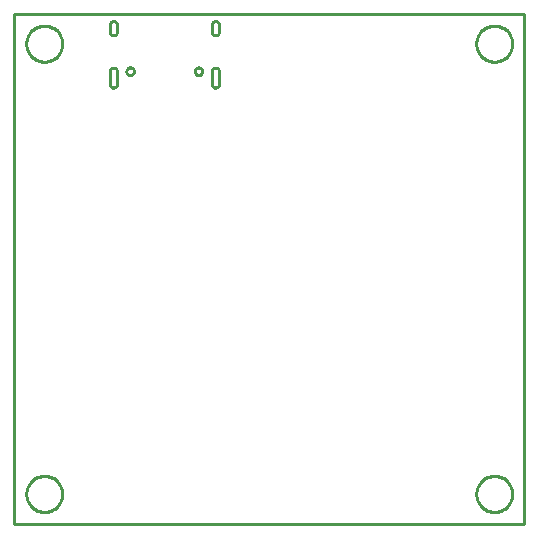
<source format=gko>
G04 EAGLE Gerber RS-274X export*
G75*
%MOMM*%
%FSLAX34Y34*%
%LPD*%
%IN*%
%IPPOS*%
%AMOC8*
5,1,8,0,0,1.08239X$1,22.5*%
G01*
%ADD10C,0.254000*%
%ADD11C,0.000000*%
%ADD12C,0.010000*%
%ADD13C,0.254000*%


D10*
X0Y0D02*
X0Y431800D01*
X431800Y431800D01*
X431800Y0D01*
X0Y0D01*
D11*
X391160Y406400D02*
X391165Y406774D01*
X391178Y407148D01*
X391201Y407521D01*
X391233Y407894D01*
X391275Y408266D01*
X391325Y408636D01*
X391384Y409005D01*
X391453Y409373D01*
X391530Y409739D01*
X391617Y410103D01*
X391712Y410465D01*
X391816Y410824D01*
X391929Y411181D01*
X392051Y411534D01*
X392181Y411885D01*
X392320Y412232D01*
X392467Y412576D01*
X392623Y412916D01*
X392787Y413252D01*
X392960Y413584D01*
X393140Y413912D01*
X393328Y414235D01*
X393524Y414553D01*
X393728Y414867D01*
X393940Y415175D01*
X394159Y415478D01*
X394386Y415776D01*
X394619Y416068D01*
X394860Y416354D01*
X395108Y416635D01*
X395362Y416909D01*
X395624Y417176D01*
X395891Y417438D01*
X396165Y417692D01*
X396446Y417940D01*
X396732Y418181D01*
X397024Y418414D01*
X397322Y418641D01*
X397625Y418860D01*
X397933Y419072D01*
X398247Y419276D01*
X398565Y419472D01*
X398888Y419660D01*
X399216Y419840D01*
X399548Y420013D01*
X399884Y420177D01*
X400224Y420333D01*
X400568Y420480D01*
X400915Y420619D01*
X401266Y420749D01*
X401619Y420871D01*
X401976Y420984D01*
X402335Y421088D01*
X402697Y421183D01*
X403061Y421270D01*
X403427Y421347D01*
X403795Y421416D01*
X404164Y421475D01*
X404534Y421525D01*
X404906Y421567D01*
X405279Y421599D01*
X405652Y421622D01*
X406026Y421635D01*
X406400Y421640D01*
X406774Y421635D01*
X407148Y421622D01*
X407521Y421599D01*
X407894Y421567D01*
X408266Y421525D01*
X408636Y421475D01*
X409005Y421416D01*
X409373Y421347D01*
X409739Y421270D01*
X410103Y421183D01*
X410465Y421088D01*
X410824Y420984D01*
X411181Y420871D01*
X411534Y420749D01*
X411885Y420619D01*
X412232Y420480D01*
X412576Y420333D01*
X412916Y420177D01*
X413252Y420013D01*
X413584Y419840D01*
X413912Y419660D01*
X414235Y419472D01*
X414553Y419276D01*
X414867Y419072D01*
X415175Y418860D01*
X415478Y418641D01*
X415776Y418414D01*
X416068Y418181D01*
X416354Y417940D01*
X416635Y417692D01*
X416909Y417438D01*
X417176Y417176D01*
X417438Y416909D01*
X417692Y416635D01*
X417940Y416354D01*
X418181Y416068D01*
X418414Y415776D01*
X418641Y415478D01*
X418860Y415175D01*
X419072Y414867D01*
X419276Y414553D01*
X419472Y414235D01*
X419660Y413912D01*
X419840Y413584D01*
X420013Y413252D01*
X420177Y412916D01*
X420333Y412576D01*
X420480Y412232D01*
X420619Y411885D01*
X420749Y411534D01*
X420871Y411181D01*
X420984Y410824D01*
X421088Y410465D01*
X421183Y410103D01*
X421270Y409739D01*
X421347Y409373D01*
X421416Y409005D01*
X421475Y408636D01*
X421525Y408266D01*
X421567Y407894D01*
X421599Y407521D01*
X421622Y407148D01*
X421635Y406774D01*
X421640Y406400D01*
X421635Y406026D01*
X421622Y405652D01*
X421599Y405279D01*
X421567Y404906D01*
X421525Y404534D01*
X421475Y404164D01*
X421416Y403795D01*
X421347Y403427D01*
X421270Y403061D01*
X421183Y402697D01*
X421088Y402335D01*
X420984Y401976D01*
X420871Y401619D01*
X420749Y401266D01*
X420619Y400915D01*
X420480Y400568D01*
X420333Y400224D01*
X420177Y399884D01*
X420013Y399548D01*
X419840Y399216D01*
X419660Y398888D01*
X419472Y398565D01*
X419276Y398247D01*
X419072Y397933D01*
X418860Y397625D01*
X418641Y397322D01*
X418414Y397024D01*
X418181Y396732D01*
X417940Y396446D01*
X417692Y396165D01*
X417438Y395891D01*
X417176Y395624D01*
X416909Y395362D01*
X416635Y395108D01*
X416354Y394860D01*
X416068Y394619D01*
X415776Y394386D01*
X415478Y394159D01*
X415175Y393940D01*
X414867Y393728D01*
X414553Y393524D01*
X414235Y393328D01*
X413912Y393140D01*
X413584Y392960D01*
X413252Y392787D01*
X412916Y392623D01*
X412576Y392467D01*
X412232Y392320D01*
X411885Y392181D01*
X411534Y392051D01*
X411181Y391929D01*
X410824Y391816D01*
X410465Y391712D01*
X410103Y391617D01*
X409739Y391530D01*
X409373Y391453D01*
X409005Y391384D01*
X408636Y391325D01*
X408266Y391275D01*
X407894Y391233D01*
X407521Y391201D01*
X407148Y391178D01*
X406774Y391165D01*
X406400Y391160D01*
X406026Y391165D01*
X405652Y391178D01*
X405279Y391201D01*
X404906Y391233D01*
X404534Y391275D01*
X404164Y391325D01*
X403795Y391384D01*
X403427Y391453D01*
X403061Y391530D01*
X402697Y391617D01*
X402335Y391712D01*
X401976Y391816D01*
X401619Y391929D01*
X401266Y392051D01*
X400915Y392181D01*
X400568Y392320D01*
X400224Y392467D01*
X399884Y392623D01*
X399548Y392787D01*
X399216Y392960D01*
X398888Y393140D01*
X398565Y393328D01*
X398247Y393524D01*
X397933Y393728D01*
X397625Y393940D01*
X397322Y394159D01*
X397024Y394386D01*
X396732Y394619D01*
X396446Y394860D01*
X396165Y395108D01*
X395891Y395362D01*
X395624Y395624D01*
X395362Y395891D01*
X395108Y396165D01*
X394860Y396446D01*
X394619Y396732D01*
X394386Y397024D01*
X394159Y397322D01*
X393940Y397625D01*
X393728Y397933D01*
X393524Y398247D01*
X393328Y398565D01*
X393140Y398888D01*
X392960Y399216D01*
X392787Y399548D01*
X392623Y399884D01*
X392467Y400224D01*
X392320Y400568D01*
X392181Y400915D01*
X392051Y401266D01*
X391929Y401619D01*
X391816Y401976D01*
X391712Y402335D01*
X391617Y402697D01*
X391530Y403061D01*
X391453Y403427D01*
X391384Y403795D01*
X391325Y404164D01*
X391275Y404534D01*
X391233Y404906D01*
X391201Y405279D01*
X391178Y405652D01*
X391165Y406026D01*
X391160Y406400D01*
X10160Y406400D02*
X10165Y406774D01*
X10178Y407148D01*
X10201Y407521D01*
X10233Y407894D01*
X10275Y408266D01*
X10325Y408636D01*
X10384Y409005D01*
X10453Y409373D01*
X10530Y409739D01*
X10617Y410103D01*
X10712Y410465D01*
X10816Y410824D01*
X10929Y411181D01*
X11051Y411534D01*
X11181Y411885D01*
X11320Y412232D01*
X11467Y412576D01*
X11623Y412916D01*
X11787Y413252D01*
X11960Y413584D01*
X12140Y413912D01*
X12328Y414235D01*
X12524Y414553D01*
X12728Y414867D01*
X12940Y415175D01*
X13159Y415478D01*
X13386Y415776D01*
X13619Y416068D01*
X13860Y416354D01*
X14108Y416635D01*
X14362Y416909D01*
X14624Y417176D01*
X14891Y417438D01*
X15165Y417692D01*
X15446Y417940D01*
X15732Y418181D01*
X16024Y418414D01*
X16322Y418641D01*
X16625Y418860D01*
X16933Y419072D01*
X17247Y419276D01*
X17565Y419472D01*
X17888Y419660D01*
X18216Y419840D01*
X18548Y420013D01*
X18884Y420177D01*
X19224Y420333D01*
X19568Y420480D01*
X19915Y420619D01*
X20266Y420749D01*
X20619Y420871D01*
X20976Y420984D01*
X21335Y421088D01*
X21697Y421183D01*
X22061Y421270D01*
X22427Y421347D01*
X22795Y421416D01*
X23164Y421475D01*
X23534Y421525D01*
X23906Y421567D01*
X24279Y421599D01*
X24652Y421622D01*
X25026Y421635D01*
X25400Y421640D01*
X25774Y421635D01*
X26148Y421622D01*
X26521Y421599D01*
X26894Y421567D01*
X27266Y421525D01*
X27636Y421475D01*
X28005Y421416D01*
X28373Y421347D01*
X28739Y421270D01*
X29103Y421183D01*
X29465Y421088D01*
X29824Y420984D01*
X30181Y420871D01*
X30534Y420749D01*
X30885Y420619D01*
X31232Y420480D01*
X31576Y420333D01*
X31916Y420177D01*
X32252Y420013D01*
X32584Y419840D01*
X32912Y419660D01*
X33235Y419472D01*
X33553Y419276D01*
X33867Y419072D01*
X34175Y418860D01*
X34478Y418641D01*
X34776Y418414D01*
X35068Y418181D01*
X35354Y417940D01*
X35635Y417692D01*
X35909Y417438D01*
X36176Y417176D01*
X36438Y416909D01*
X36692Y416635D01*
X36940Y416354D01*
X37181Y416068D01*
X37414Y415776D01*
X37641Y415478D01*
X37860Y415175D01*
X38072Y414867D01*
X38276Y414553D01*
X38472Y414235D01*
X38660Y413912D01*
X38840Y413584D01*
X39013Y413252D01*
X39177Y412916D01*
X39333Y412576D01*
X39480Y412232D01*
X39619Y411885D01*
X39749Y411534D01*
X39871Y411181D01*
X39984Y410824D01*
X40088Y410465D01*
X40183Y410103D01*
X40270Y409739D01*
X40347Y409373D01*
X40416Y409005D01*
X40475Y408636D01*
X40525Y408266D01*
X40567Y407894D01*
X40599Y407521D01*
X40622Y407148D01*
X40635Y406774D01*
X40640Y406400D01*
X40635Y406026D01*
X40622Y405652D01*
X40599Y405279D01*
X40567Y404906D01*
X40525Y404534D01*
X40475Y404164D01*
X40416Y403795D01*
X40347Y403427D01*
X40270Y403061D01*
X40183Y402697D01*
X40088Y402335D01*
X39984Y401976D01*
X39871Y401619D01*
X39749Y401266D01*
X39619Y400915D01*
X39480Y400568D01*
X39333Y400224D01*
X39177Y399884D01*
X39013Y399548D01*
X38840Y399216D01*
X38660Y398888D01*
X38472Y398565D01*
X38276Y398247D01*
X38072Y397933D01*
X37860Y397625D01*
X37641Y397322D01*
X37414Y397024D01*
X37181Y396732D01*
X36940Y396446D01*
X36692Y396165D01*
X36438Y395891D01*
X36176Y395624D01*
X35909Y395362D01*
X35635Y395108D01*
X35354Y394860D01*
X35068Y394619D01*
X34776Y394386D01*
X34478Y394159D01*
X34175Y393940D01*
X33867Y393728D01*
X33553Y393524D01*
X33235Y393328D01*
X32912Y393140D01*
X32584Y392960D01*
X32252Y392787D01*
X31916Y392623D01*
X31576Y392467D01*
X31232Y392320D01*
X30885Y392181D01*
X30534Y392051D01*
X30181Y391929D01*
X29824Y391816D01*
X29465Y391712D01*
X29103Y391617D01*
X28739Y391530D01*
X28373Y391453D01*
X28005Y391384D01*
X27636Y391325D01*
X27266Y391275D01*
X26894Y391233D01*
X26521Y391201D01*
X26148Y391178D01*
X25774Y391165D01*
X25400Y391160D01*
X25026Y391165D01*
X24652Y391178D01*
X24279Y391201D01*
X23906Y391233D01*
X23534Y391275D01*
X23164Y391325D01*
X22795Y391384D01*
X22427Y391453D01*
X22061Y391530D01*
X21697Y391617D01*
X21335Y391712D01*
X20976Y391816D01*
X20619Y391929D01*
X20266Y392051D01*
X19915Y392181D01*
X19568Y392320D01*
X19224Y392467D01*
X18884Y392623D01*
X18548Y392787D01*
X18216Y392960D01*
X17888Y393140D01*
X17565Y393328D01*
X17247Y393524D01*
X16933Y393728D01*
X16625Y393940D01*
X16322Y394159D01*
X16024Y394386D01*
X15732Y394619D01*
X15446Y394860D01*
X15165Y395108D01*
X14891Y395362D01*
X14624Y395624D01*
X14362Y395891D01*
X14108Y396165D01*
X13860Y396446D01*
X13619Y396732D01*
X13386Y397024D01*
X13159Y397322D01*
X12940Y397625D01*
X12728Y397933D01*
X12524Y398247D01*
X12328Y398565D01*
X12140Y398888D01*
X11960Y399216D01*
X11787Y399548D01*
X11623Y399884D01*
X11467Y400224D01*
X11320Y400568D01*
X11181Y400915D01*
X11051Y401266D01*
X10929Y401619D01*
X10816Y401976D01*
X10712Y402335D01*
X10617Y402697D01*
X10530Y403061D01*
X10453Y403427D01*
X10384Y403795D01*
X10325Y404164D01*
X10275Y404534D01*
X10233Y404906D01*
X10201Y405279D01*
X10178Y405652D01*
X10165Y406026D01*
X10160Y406400D01*
X152650Y383004D02*
X152652Y383117D01*
X152658Y383231D01*
X152668Y383344D01*
X152682Y383456D01*
X152699Y383568D01*
X152721Y383680D01*
X152747Y383790D01*
X152776Y383900D01*
X152809Y384008D01*
X152846Y384116D01*
X152887Y384221D01*
X152931Y384326D01*
X152979Y384429D01*
X153030Y384530D01*
X153085Y384629D01*
X153144Y384726D01*
X153206Y384821D01*
X153271Y384914D01*
X153339Y385005D01*
X153410Y385093D01*
X153485Y385179D01*
X153562Y385262D01*
X153642Y385342D01*
X153725Y385419D01*
X153811Y385494D01*
X153899Y385565D01*
X153990Y385633D01*
X154083Y385698D01*
X154178Y385760D01*
X154275Y385819D01*
X154374Y385874D01*
X154475Y385925D01*
X154578Y385973D01*
X154683Y386017D01*
X154788Y386058D01*
X154896Y386095D01*
X155004Y386128D01*
X155114Y386157D01*
X155224Y386183D01*
X155336Y386205D01*
X155448Y386222D01*
X155560Y386236D01*
X155673Y386246D01*
X155787Y386252D01*
X155900Y386254D01*
X156013Y386252D01*
X156127Y386246D01*
X156240Y386236D01*
X156352Y386222D01*
X156464Y386205D01*
X156576Y386183D01*
X156686Y386157D01*
X156796Y386128D01*
X156904Y386095D01*
X157012Y386058D01*
X157117Y386017D01*
X157222Y385973D01*
X157325Y385925D01*
X157426Y385874D01*
X157525Y385819D01*
X157622Y385760D01*
X157717Y385698D01*
X157810Y385633D01*
X157901Y385565D01*
X157989Y385494D01*
X158075Y385419D01*
X158158Y385342D01*
X158238Y385262D01*
X158315Y385179D01*
X158390Y385093D01*
X158461Y385005D01*
X158529Y384914D01*
X158594Y384821D01*
X158656Y384726D01*
X158715Y384629D01*
X158770Y384530D01*
X158821Y384429D01*
X158869Y384326D01*
X158913Y384221D01*
X158954Y384116D01*
X158991Y384008D01*
X159024Y383900D01*
X159053Y383790D01*
X159079Y383680D01*
X159101Y383568D01*
X159118Y383456D01*
X159132Y383344D01*
X159142Y383231D01*
X159148Y383117D01*
X159150Y383004D01*
X159148Y382891D01*
X159142Y382777D01*
X159132Y382664D01*
X159118Y382552D01*
X159101Y382440D01*
X159079Y382328D01*
X159053Y382218D01*
X159024Y382108D01*
X158991Y382000D01*
X158954Y381892D01*
X158913Y381787D01*
X158869Y381682D01*
X158821Y381579D01*
X158770Y381478D01*
X158715Y381379D01*
X158656Y381282D01*
X158594Y381187D01*
X158529Y381094D01*
X158461Y381003D01*
X158390Y380915D01*
X158315Y380829D01*
X158238Y380746D01*
X158158Y380666D01*
X158075Y380589D01*
X157989Y380514D01*
X157901Y380443D01*
X157810Y380375D01*
X157717Y380310D01*
X157622Y380248D01*
X157525Y380189D01*
X157426Y380134D01*
X157325Y380083D01*
X157222Y380035D01*
X157117Y379991D01*
X157012Y379950D01*
X156904Y379913D01*
X156796Y379880D01*
X156686Y379851D01*
X156576Y379825D01*
X156464Y379803D01*
X156352Y379786D01*
X156240Y379772D01*
X156127Y379762D01*
X156013Y379756D01*
X155900Y379754D01*
X155787Y379756D01*
X155673Y379762D01*
X155560Y379772D01*
X155448Y379786D01*
X155336Y379803D01*
X155224Y379825D01*
X155114Y379851D01*
X155004Y379880D01*
X154896Y379913D01*
X154788Y379950D01*
X154683Y379991D01*
X154578Y380035D01*
X154475Y380083D01*
X154374Y380134D01*
X154275Y380189D01*
X154178Y380248D01*
X154083Y380310D01*
X153990Y380375D01*
X153899Y380443D01*
X153811Y380514D01*
X153725Y380589D01*
X153642Y380666D01*
X153562Y380746D01*
X153485Y380829D01*
X153410Y380915D01*
X153339Y381003D01*
X153271Y381094D01*
X153206Y381187D01*
X153144Y381282D01*
X153085Y381379D01*
X153030Y381478D01*
X152979Y381579D01*
X152931Y381682D01*
X152887Y381787D01*
X152846Y381892D01*
X152809Y382000D01*
X152776Y382108D01*
X152747Y382218D01*
X152721Y382328D01*
X152699Y382440D01*
X152682Y382552D01*
X152668Y382664D01*
X152658Y382777D01*
X152652Y382891D01*
X152650Y383004D01*
X94850Y383004D02*
X94852Y383117D01*
X94858Y383231D01*
X94868Y383344D01*
X94882Y383456D01*
X94899Y383568D01*
X94921Y383680D01*
X94947Y383790D01*
X94976Y383900D01*
X95009Y384008D01*
X95046Y384116D01*
X95087Y384221D01*
X95131Y384326D01*
X95179Y384429D01*
X95230Y384530D01*
X95285Y384629D01*
X95344Y384726D01*
X95406Y384821D01*
X95471Y384914D01*
X95539Y385005D01*
X95610Y385093D01*
X95685Y385179D01*
X95762Y385262D01*
X95842Y385342D01*
X95925Y385419D01*
X96011Y385494D01*
X96099Y385565D01*
X96190Y385633D01*
X96283Y385698D01*
X96378Y385760D01*
X96475Y385819D01*
X96574Y385874D01*
X96675Y385925D01*
X96778Y385973D01*
X96883Y386017D01*
X96988Y386058D01*
X97096Y386095D01*
X97204Y386128D01*
X97314Y386157D01*
X97424Y386183D01*
X97536Y386205D01*
X97648Y386222D01*
X97760Y386236D01*
X97873Y386246D01*
X97987Y386252D01*
X98100Y386254D01*
X98213Y386252D01*
X98327Y386246D01*
X98440Y386236D01*
X98552Y386222D01*
X98664Y386205D01*
X98776Y386183D01*
X98886Y386157D01*
X98996Y386128D01*
X99104Y386095D01*
X99212Y386058D01*
X99317Y386017D01*
X99422Y385973D01*
X99525Y385925D01*
X99626Y385874D01*
X99725Y385819D01*
X99822Y385760D01*
X99917Y385698D01*
X100010Y385633D01*
X100101Y385565D01*
X100189Y385494D01*
X100275Y385419D01*
X100358Y385342D01*
X100438Y385262D01*
X100515Y385179D01*
X100590Y385093D01*
X100661Y385005D01*
X100729Y384914D01*
X100794Y384821D01*
X100856Y384726D01*
X100915Y384629D01*
X100970Y384530D01*
X101021Y384429D01*
X101069Y384326D01*
X101113Y384221D01*
X101154Y384116D01*
X101191Y384008D01*
X101224Y383900D01*
X101253Y383790D01*
X101279Y383680D01*
X101301Y383568D01*
X101318Y383456D01*
X101332Y383344D01*
X101342Y383231D01*
X101348Y383117D01*
X101350Y383004D01*
X101348Y382891D01*
X101342Y382777D01*
X101332Y382664D01*
X101318Y382552D01*
X101301Y382440D01*
X101279Y382328D01*
X101253Y382218D01*
X101224Y382108D01*
X101191Y382000D01*
X101154Y381892D01*
X101113Y381787D01*
X101069Y381682D01*
X101021Y381579D01*
X100970Y381478D01*
X100915Y381379D01*
X100856Y381282D01*
X100794Y381187D01*
X100729Y381094D01*
X100661Y381003D01*
X100590Y380915D01*
X100515Y380829D01*
X100438Y380746D01*
X100358Y380666D01*
X100275Y380589D01*
X100189Y380514D01*
X100101Y380443D01*
X100010Y380375D01*
X99917Y380310D01*
X99822Y380248D01*
X99725Y380189D01*
X99626Y380134D01*
X99525Y380083D01*
X99422Y380035D01*
X99317Y379991D01*
X99212Y379950D01*
X99104Y379913D01*
X98996Y379880D01*
X98886Y379851D01*
X98776Y379825D01*
X98664Y379803D01*
X98552Y379786D01*
X98440Y379772D01*
X98327Y379762D01*
X98213Y379756D01*
X98100Y379754D01*
X97987Y379756D01*
X97873Y379762D01*
X97760Y379772D01*
X97648Y379786D01*
X97536Y379803D01*
X97424Y379825D01*
X97314Y379851D01*
X97204Y379880D01*
X97096Y379913D01*
X96988Y379950D01*
X96883Y379991D01*
X96778Y380035D01*
X96675Y380083D01*
X96574Y380134D01*
X96475Y380189D01*
X96378Y380248D01*
X96283Y380310D01*
X96190Y380375D01*
X96099Y380443D01*
X96011Y380514D01*
X95925Y380589D01*
X95842Y380666D01*
X95762Y380746D01*
X95685Y380829D01*
X95610Y380915D01*
X95539Y381003D01*
X95471Y381094D01*
X95406Y381187D01*
X95344Y381282D01*
X95285Y381379D01*
X95230Y381478D01*
X95179Y381579D01*
X95131Y381682D01*
X95087Y381787D01*
X95046Y381892D01*
X95009Y382000D01*
X94976Y382108D01*
X94947Y382218D01*
X94921Y382328D01*
X94899Y382440D01*
X94882Y382552D01*
X94868Y382664D01*
X94858Y382777D01*
X94852Y382891D01*
X94850Y383004D01*
D12*
X173200Y416354D02*
X173200Y422554D01*
X167200Y422554D02*
X167200Y416354D01*
X167202Y416246D01*
X167208Y416138D01*
X167218Y416030D01*
X167231Y415922D01*
X167249Y415815D01*
X167270Y415709D01*
X167295Y415604D01*
X167324Y415499D01*
X167357Y415396D01*
X167393Y415294D01*
X167434Y415193D01*
X167477Y415094D01*
X167525Y414997D01*
X167575Y414901D01*
X167629Y414807D01*
X167687Y414716D01*
X167748Y414626D01*
X167812Y414538D01*
X167879Y414453D01*
X167949Y414371D01*
X168022Y414291D01*
X168098Y414214D01*
X168177Y414139D01*
X168258Y414068D01*
X168342Y413999D01*
X168428Y413933D01*
X168516Y413871D01*
X168607Y413812D01*
X168700Y413756D01*
X168795Y413703D01*
X168891Y413654D01*
X168990Y413609D01*
X169090Y413567D01*
X169191Y413529D01*
X169294Y413494D01*
X169397Y413463D01*
X169502Y413436D01*
X169608Y413413D01*
X169715Y413394D01*
X169822Y413378D01*
X169930Y413366D01*
X170038Y413358D01*
X170146Y413354D01*
X170254Y413354D01*
X170362Y413358D01*
X170470Y413366D01*
X170578Y413378D01*
X170685Y413394D01*
X170792Y413413D01*
X170898Y413436D01*
X171003Y413463D01*
X171106Y413494D01*
X171209Y413529D01*
X171310Y413567D01*
X171410Y413609D01*
X171509Y413654D01*
X171605Y413703D01*
X171700Y413756D01*
X171793Y413812D01*
X171884Y413871D01*
X171972Y413933D01*
X172058Y413999D01*
X172142Y414068D01*
X172223Y414139D01*
X172302Y414214D01*
X172378Y414291D01*
X172451Y414371D01*
X172521Y414453D01*
X172588Y414538D01*
X172652Y414626D01*
X172713Y414716D01*
X172771Y414807D01*
X172825Y414901D01*
X172875Y414997D01*
X172923Y415094D01*
X172966Y415193D01*
X173007Y415294D01*
X173043Y415396D01*
X173076Y415499D01*
X173105Y415604D01*
X173130Y415709D01*
X173151Y415815D01*
X173169Y415922D01*
X173182Y416030D01*
X173192Y416138D01*
X173198Y416246D01*
X173200Y416354D01*
X173200Y422554D02*
X173198Y422662D01*
X173192Y422770D01*
X173182Y422878D01*
X173169Y422986D01*
X173151Y423093D01*
X173130Y423199D01*
X173105Y423304D01*
X173076Y423409D01*
X173043Y423512D01*
X173007Y423614D01*
X172966Y423715D01*
X172923Y423814D01*
X172875Y423911D01*
X172825Y424007D01*
X172771Y424101D01*
X172713Y424192D01*
X172652Y424282D01*
X172588Y424370D01*
X172521Y424455D01*
X172451Y424537D01*
X172378Y424617D01*
X172302Y424694D01*
X172223Y424769D01*
X172142Y424840D01*
X172058Y424909D01*
X171972Y424975D01*
X171884Y425037D01*
X171793Y425096D01*
X171700Y425152D01*
X171605Y425205D01*
X171509Y425254D01*
X171410Y425299D01*
X171310Y425341D01*
X171209Y425379D01*
X171106Y425414D01*
X171003Y425445D01*
X170898Y425472D01*
X170792Y425495D01*
X170685Y425514D01*
X170578Y425530D01*
X170470Y425542D01*
X170362Y425550D01*
X170254Y425554D01*
X170146Y425554D01*
X170038Y425550D01*
X169930Y425542D01*
X169822Y425530D01*
X169715Y425514D01*
X169608Y425495D01*
X169502Y425472D01*
X169397Y425445D01*
X169294Y425414D01*
X169191Y425379D01*
X169090Y425341D01*
X168990Y425299D01*
X168891Y425254D01*
X168795Y425205D01*
X168700Y425152D01*
X168607Y425096D01*
X168516Y425037D01*
X168428Y424975D01*
X168342Y424909D01*
X168258Y424840D01*
X168177Y424769D01*
X168098Y424694D01*
X168022Y424617D01*
X167949Y424537D01*
X167879Y424455D01*
X167812Y424370D01*
X167748Y424282D01*
X167687Y424192D01*
X167629Y424101D01*
X167575Y424007D01*
X167525Y423911D01*
X167477Y423814D01*
X167434Y423715D01*
X167393Y423614D01*
X167357Y423512D01*
X167324Y423409D01*
X167295Y423304D01*
X167270Y423199D01*
X167249Y423093D01*
X167231Y422986D01*
X167218Y422878D01*
X167208Y422770D01*
X167202Y422662D01*
X167200Y422554D01*
X173200Y383204D02*
X173200Y372204D01*
X167200Y372204D02*
X167200Y383204D01*
X167202Y383312D01*
X167208Y383420D01*
X167218Y383528D01*
X167231Y383636D01*
X167249Y383743D01*
X167270Y383849D01*
X167295Y383954D01*
X167324Y384059D01*
X167357Y384162D01*
X167393Y384264D01*
X167434Y384365D01*
X167477Y384464D01*
X167525Y384561D01*
X167575Y384657D01*
X167629Y384751D01*
X167687Y384842D01*
X167748Y384932D01*
X167812Y385020D01*
X167879Y385105D01*
X167949Y385187D01*
X168022Y385267D01*
X168098Y385344D01*
X168177Y385419D01*
X168258Y385490D01*
X168342Y385559D01*
X168428Y385625D01*
X168516Y385687D01*
X168607Y385746D01*
X168700Y385802D01*
X168795Y385855D01*
X168891Y385904D01*
X168990Y385949D01*
X169090Y385991D01*
X169191Y386029D01*
X169294Y386064D01*
X169397Y386095D01*
X169502Y386122D01*
X169608Y386145D01*
X169715Y386164D01*
X169822Y386180D01*
X169930Y386192D01*
X170038Y386200D01*
X170146Y386204D01*
X170254Y386204D01*
X170362Y386200D01*
X170470Y386192D01*
X170578Y386180D01*
X170685Y386164D01*
X170792Y386145D01*
X170898Y386122D01*
X171003Y386095D01*
X171106Y386064D01*
X171209Y386029D01*
X171310Y385991D01*
X171410Y385949D01*
X171509Y385904D01*
X171605Y385855D01*
X171700Y385802D01*
X171793Y385746D01*
X171884Y385687D01*
X171972Y385625D01*
X172058Y385559D01*
X172142Y385490D01*
X172223Y385419D01*
X172302Y385344D01*
X172378Y385267D01*
X172451Y385187D01*
X172521Y385105D01*
X172588Y385020D01*
X172652Y384932D01*
X172713Y384842D01*
X172771Y384751D01*
X172825Y384657D01*
X172875Y384561D01*
X172923Y384464D01*
X172966Y384365D01*
X173007Y384264D01*
X173043Y384162D01*
X173076Y384059D01*
X173105Y383954D01*
X173130Y383849D01*
X173151Y383743D01*
X173169Y383636D01*
X173182Y383528D01*
X173192Y383420D01*
X173198Y383312D01*
X173200Y383204D01*
X173200Y372204D02*
X173198Y372096D01*
X173192Y371988D01*
X173182Y371880D01*
X173169Y371772D01*
X173151Y371665D01*
X173130Y371559D01*
X173105Y371454D01*
X173076Y371349D01*
X173043Y371246D01*
X173007Y371144D01*
X172966Y371043D01*
X172923Y370944D01*
X172875Y370847D01*
X172825Y370751D01*
X172771Y370657D01*
X172713Y370566D01*
X172652Y370476D01*
X172588Y370388D01*
X172521Y370303D01*
X172451Y370221D01*
X172378Y370141D01*
X172302Y370064D01*
X172223Y369989D01*
X172142Y369918D01*
X172058Y369849D01*
X171972Y369783D01*
X171884Y369721D01*
X171793Y369662D01*
X171700Y369606D01*
X171605Y369553D01*
X171509Y369504D01*
X171410Y369459D01*
X171310Y369417D01*
X171209Y369379D01*
X171106Y369344D01*
X171003Y369313D01*
X170898Y369286D01*
X170792Y369263D01*
X170685Y369244D01*
X170578Y369228D01*
X170470Y369216D01*
X170362Y369208D01*
X170254Y369204D01*
X170146Y369204D01*
X170038Y369208D01*
X169930Y369216D01*
X169822Y369228D01*
X169715Y369244D01*
X169608Y369263D01*
X169502Y369286D01*
X169397Y369313D01*
X169294Y369344D01*
X169191Y369379D01*
X169090Y369417D01*
X168990Y369459D01*
X168891Y369504D01*
X168795Y369553D01*
X168700Y369606D01*
X168607Y369662D01*
X168516Y369721D01*
X168428Y369783D01*
X168342Y369849D01*
X168258Y369918D01*
X168177Y369989D01*
X168098Y370064D01*
X168022Y370141D01*
X167949Y370221D01*
X167879Y370303D01*
X167812Y370388D01*
X167748Y370476D01*
X167687Y370566D01*
X167629Y370657D01*
X167575Y370751D01*
X167525Y370847D01*
X167477Y370944D01*
X167434Y371043D01*
X167393Y371144D01*
X167357Y371246D01*
X167324Y371349D01*
X167295Y371454D01*
X167270Y371559D01*
X167249Y371665D01*
X167231Y371772D01*
X167218Y371880D01*
X167208Y371988D01*
X167202Y372096D01*
X167200Y372204D01*
X86800Y416354D02*
X86800Y422554D01*
X80800Y422554D02*
X80800Y416354D01*
X80802Y416246D01*
X80808Y416138D01*
X80818Y416030D01*
X80831Y415922D01*
X80849Y415815D01*
X80870Y415709D01*
X80895Y415604D01*
X80924Y415499D01*
X80957Y415396D01*
X80993Y415294D01*
X81034Y415193D01*
X81077Y415094D01*
X81125Y414997D01*
X81175Y414901D01*
X81229Y414807D01*
X81287Y414716D01*
X81348Y414626D01*
X81412Y414538D01*
X81479Y414453D01*
X81549Y414371D01*
X81622Y414291D01*
X81698Y414214D01*
X81777Y414139D01*
X81858Y414068D01*
X81942Y413999D01*
X82028Y413933D01*
X82116Y413871D01*
X82207Y413812D01*
X82300Y413756D01*
X82395Y413703D01*
X82491Y413654D01*
X82590Y413609D01*
X82690Y413567D01*
X82791Y413529D01*
X82894Y413494D01*
X82997Y413463D01*
X83102Y413436D01*
X83208Y413413D01*
X83315Y413394D01*
X83422Y413378D01*
X83530Y413366D01*
X83638Y413358D01*
X83746Y413354D01*
X83854Y413354D01*
X83962Y413358D01*
X84070Y413366D01*
X84178Y413378D01*
X84285Y413394D01*
X84392Y413413D01*
X84498Y413436D01*
X84603Y413463D01*
X84706Y413494D01*
X84809Y413529D01*
X84910Y413567D01*
X85010Y413609D01*
X85109Y413654D01*
X85205Y413703D01*
X85300Y413756D01*
X85393Y413812D01*
X85484Y413871D01*
X85572Y413933D01*
X85658Y413999D01*
X85742Y414068D01*
X85823Y414139D01*
X85902Y414214D01*
X85978Y414291D01*
X86051Y414371D01*
X86121Y414453D01*
X86188Y414538D01*
X86252Y414626D01*
X86313Y414716D01*
X86371Y414807D01*
X86425Y414901D01*
X86475Y414997D01*
X86523Y415094D01*
X86566Y415193D01*
X86607Y415294D01*
X86643Y415396D01*
X86676Y415499D01*
X86705Y415604D01*
X86730Y415709D01*
X86751Y415815D01*
X86769Y415922D01*
X86782Y416030D01*
X86792Y416138D01*
X86798Y416246D01*
X86800Y416354D01*
X86800Y422554D02*
X86798Y422662D01*
X86792Y422770D01*
X86782Y422878D01*
X86769Y422986D01*
X86751Y423093D01*
X86730Y423199D01*
X86705Y423304D01*
X86676Y423409D01*
X86643Y423512D01*
X86607Y423614D01*
X86566Y423715D01*
X86523Y423814D01*
X86475Y423911D01*
X86425Y424007D01*
X86371Y424101D01*
X86313Y424192D01*
X86252Y424282D01*
X86188Y424370D01*
X86121Y424455D01*
X86051Y424537D01*
X85978Y424617D01*
X85902Y424694D01*
X85823Y424769D01*
X85742Y424840D01*
X85658Y424909D01*
X85572Y424975D01*
X85484Y425037D01*
X85393Y425096D01*
X85300Y425152D01*
X85205Y425205D01*
X85109Y425254D01*
X85010Y425299D01*
X84910Y425341D01*
X84809Y425379D01*
X84706Y425414D01*
X84603Y425445D01*
X84498Y425472D01*
X84392Y425495D01*
X84285Y425514D01*
X84178Y425530D01*
X84070Y425542D01*
X83962Y425550D01*
X83854Y425554D01*
X83746Y425554D01*
X83638Y425550D01*
X83530Y425542D01*
X83422Y425530D01*
X83315Y425514D01*
X83208Y425495D01*
X83102Y425472D01*
X82997Y425445D01*
X82894Y425414D01*
X82791Y425379D01*
X82690Y425341D01*
X82590Y425299D01*
X82491Y425254D01*
X82395Y425205D01*
X82300Y425152D01*
X82207Y425096D01*
X82116Y425037D01*
X82028Y424975D01*
X81942Y424909D01*
X81858Y424840D01*
X81777Y424769D01*
X81698Y424694D01*
X81622Y424617D01*
X81549Y424537D01*
X81479Y424455D01*
X81412Y424370D01*
X81348Y424282D01*
X81287Y424192D01*
X81229Y424101D01*
X81175Y424007D01*
X81125Y423911D01*
X81077Y423814D01*
X81034Y423715D01*
X80993Y423614D01*
X80957Y423512D01*
X80924Y423409D01*
X80895Y423304D01*
X80870Y423199D01*
X80849Y423093D01*
X80831Y422986D01*
X80818Y422878D01*
X80808Y422770D01*
X80802Y422662D01*
X80800Y422554D01*
X86800Y383204D02*
X86800Y372204D01*
X80800Y372204D02*
X80800Y383204D01*
X80802Y383312D01*
X80808Y383420D01*
X80818Y383528D01*
X80831Y383636D01*
X80849Y383743D01*
X80870Y383849D01*
X80895Y383954D01*
X80924Y384059D01*
X80957Y384162D01*
X80993Y384264D01*
X81034Y384365D01*
X81077Y384464D01*
X81125Y384561D01*
X81175Y384657D01*
X81229Y384751D01*
X81287Y384842D01*
X81348Y384932D01*
X81412Y385020D01*
X81479Y385105D01*
X81549Y385187D01*
X81622Y385267D01*
X81698Y385344D01*
X81777Y385419D01*
X81858Y385490D01*
X81942Y385559D01*
X82028Y385625D01*
X82116Y385687D01*
X82207Y385746D01*
X82300Y385802D01*
X82395Y385855D01*
X82491Y385904D01*
X82590Y385949D01*
X82690Y385991D01*
X82791Y386029D01*
X82894Y386064D01*
X82997Y386095D01*
X83102Y386122D01*
X83208Y386145D01*
X83315Y386164D01*
X83422Y386180D01*
X83530Y386192D01*
X83638Y386200D01*
X83746Y386204D01*
X83854Y386204D01*
X83962Y386200D01*
X84070Y386192D01*
X84178Y386180D01*
X84285Y386164D01*
X84392Y386145D01*
X84498Y386122D01*
X84603Y386095D01*
X84706Y386064D01*
X84809Y386029D01*
X84910Y385991D01*
X85010Y385949D01*
X85109Y385904D01*
X85205Y385855D01*
X85300Y385802D01*
X85393Y385746D01*
X85484Y385687D01*
X85572Y385625D01*
X85658Y385559D01*
X85742Y385490D01*
X85823Y385419D01*
X85902Y385344D01*
X85978Y385267D01*
X86051Y385187D01*
X86121Y385105D01*
X86188Y385020D01*
X86252Y384932D01*
X86313Y384842D01*
X86371Y384751D01*
X86425Y384657D01*
X86475Y384561D01*
X86523Y384464D01*
X86566Y384365D01*
X86607Y384264D01*
X86643Y384162D01*
X86676Y384059D01*
X86705Y383954D01*
X86730Y383849D01*
X86751Y383743D01*
X86769Y383636D01*
X86782Y383528D01*
X86792Y383420D01*
X86798Y383312D01*
X86800Y383204D01*
X86800Y372204D02*
X86798Y372096D01*
X86792Y371988D01*
X86782Y371880D01*
X86769Y371772D01*
X86751Y371665D01*
X86730Y371559D01*
X86705Y371454D01*
X86676Y371349D01*
X86643Y371246D01*
X86607Y371144D01*
X86566Y371043D01*
X86523Y370944D01*
X86475Y370847D01*
X86425Y370751D01*
X86371Y370657D01*
X86313Y370566D01*
X86252Y370476D01*
X86188Y370388D01*
X86121Y370303D01*
X86051Y370221D01*
X85978Y370141D01*
X85902Y370064D01*
X85823Y369989D01*
X85742Y369918D01*
X85658Y369849D01*
X85572Y369783D01*
X85484Y369721D01*
X85393Y369662D01*
X85300Y369606D01*
X85205Y369553D01*
X85109Y369504D01*
X85010Y369459D01*
X84910Y369417D01*
X84809Y369379D01*
X84706Y369344D01*
X84603Y369313D01*
X84498Y369286D01*
X84392Y369263D01*
X84285Y369244D01*
X84178Y369228D01*
X84070Y369216D01*
X83962Y369208D01*
X83854Y369204D01*
X83746Y369204D01*
X83638Y369208D01*
X83530Y369216D01*
X83422Y369228D01*
X83315Y369244D01*
X83208Y369263D01*
X83102Y369286D01*
X82997Y369313D01*
X82894Y369344D01*
X82791Y369379D01*
X82690Y369417D01*
X82590Y369459D01*
X82491Y369504D01*
X82395Y369553D01*
X82300Y369606D01*
X82207Y369662D01*
X82116Y369721D01*
X82028Y369783D01*
X81942Y369849D01*
X81858Y369918D01*
X81777Y369989D01*
X81698Y370064D01*
X81622Y370141D01*
X81549Y370221D01*
X81479Y370303D01*
X81412Y370388D01*
X81348Y370476D01*
X81287Y370566D01*
X81229Y370657D01*
X81175Y370751D01*
X81125Y370847D01*
X81077Y370944D01*
X81034Y371043D01*
X80993Y371144D01*
X80957Y371246D01*
X80924Y371349D01*
X80895Y371454D01*
X80870Y371559D01*
X80849Y371665D01*
X80831Y371772D01*
X80818Y371880D01*
X80808Y371988D01*
X80802Y372096D01*
X80800Y372204D01*
X173200Y416354D02*
X173200Y422554D01*
X167200Y422554D02*
X167200Y416354D01*
X167202Y416246D01*
X167208Y416138D01*
X167218Y416030D01*
X167231Y415922D01*
X167249Y415815D01*
X167270Y415709D01*
X167295Y415604D01*
X167324Y415499D01*
X167357Y415396D01*
X167393Y415294D01*
X167434Y415193D01*
X167477Y415094D01*
X167525Y414997D01*
X167575Y414901D01*
X167629Y414807D01*
X167687Y414716D01*
X167748Y414626D01*
X167812Y414538D01*
X167879Y414453D01*
X167949Y414371D01*
X168022Y414291D01*
X168098Y414214D01*
X168177Y414139D01*
X168258Y414068D01*
X168342Y413999D01*
X168428Y413933D01*
X168516Y413871D01*
X168607Y413812D01*
X168700Y413756D01*
X168795Y413703D01*
X168891Y413654D01*
X168990Y413609D01*
X169090Y413567D01*
X169191Y413529D01*
X169294Y413494D01*
X169397Y413463D01*
X169502Y413436D01*
X169608Y413413D01*
X169715Y413394D01*
X169822Y413378D01*
X169930Y413366D01*
X170038Y413358D01*
X170146Y413354D01*
X170254Y413354D01*
X170362Y413358D01*
X170470Y413366D01*
X170578Y413378D01*
X170685Y413394D01*
X170792Y413413D01*
X170898Y413436D01*
X171003Y413463D01*
X171106Y413494D01*
X171209Y413529D01*
X171310Y413567D01*
X171410Y413609D01*
X171509Y413654D01*
X171605Y413703D01*
X171700Y413756D01*
X171793Y413812D01*
X171884Y413871D01*
X171972Y413933D01*
X172058Y413999D01*
X172142Y414068D01*
X172223Y414139D01*
X172302Y414214D01*
X172378Y414291D01*
X172451Y414371D01*
X172521Y414453D01*
X172588Y414538D01*
X172652Y414626D01*
X172713Y414716D01*
X172771Y414807D01*
X172825Y414901D01*
X172875Y414997D01*
X172923Y415094D01*
X172966Y415193D01*
X173007Y415294D01*
X173043Y415396D01*
X173076Y415499D01*
X173105Y415604D01*
X173130Y415709D01*
X173151Y415815D01*
X173169Y415922D01*
X173182Y416030D01*
X173192Y416138D01*
X173198Y416246D01*
X173200Y416354D01*
X173200Y422554D02*
X173198Y422662D01*
X173192Y422770D01*
X173182Y422878D01*
X173169Y422986D01*
X173151Y423093D01*
X173130Y423199D01*
X173105Y423304D01*
X173076Y423409D01*
X173043Y423512D01*
X173007Y423614D01*
X172966Y423715D01*
X172923Y423814D01*
X172875Y423911D01*
X172825Y424007D01*
X172771Y424101D01*
X172713Y424192D01*
X172652Y424282D01*
X172588Y424370D01*
X172521Y424455D01*
X172451Y424537D01*
X172378Y424617D01*
X172302Y424694D01*
X172223Y424769D01*
X172142Y424840D01*
X172058Y424909D01*
X171972Y424975D01*
X171884Y425037D01*
X171793Y425096D01*
X171700Y425152D01*
X171605Y425205D01*
X171509Y425254D01*
X171410Y425299D01*
X171310Y425341D01*
X171209Y425379D01*
X171106Y425414D01*
X171003Y425445D01*
X170898Y425472D01*
X170792Y425495D01*
X170685Y425514D01*
X170578Y425530D01*
X170470Y425542D01*
X170362Y425550D01*
X170254Y425554D01*
X170146Y425554D01*
X170038Y425550D01*
X169930Y425542D01*
X169822Y425530D01*
X169715Y425514D01*
X169608Y425495D01*
X169502Y425472D01*
X169397Y425445D01*
X169294Y425414D01*
X169191Y425379D01*
X169090Y425341D01*
X168990Y425299D01*
X168891Y425254D01*
X168795Y425205D01*
X168700Y425152D01*
X168607Y425096D01*
X168516Y425037D01*
X168428Y424975D01*
X168342Y424909D01*
X168258Y424840D01*
X168177Y424769D01*
X168098Y424694D01*
X168022Y424617D01*
X167949Y424537D01*
X167879Y424455D01*
X167812Y424370D01*
X167748Y424282D01*
X167687Y424192D01*
X167629Y424101D01*
X167575Y424007D01*
X167525Y423911D01*
X167477Y423814D01*
X167434Y423715D01*
X167393Y423614D01*
X167357Y423512D01*
X167324Y423409D01*
X167295Y423304D01*
X167270Y423199D01*
X167249Y423093D01*
X167231Y422986D01*
X167218Y422878D01*
X167208Y422770D01*
X167202Y422662D01*
X167200Y422554D01*
X173200Y383204D02*
X173200Y372204D01*
X167200Y372204D02*
X167200Y383204D01*
X167202Y383312D01*
X167208Y383420D01*
X167218Y383528D01*
X167231Y383636D01*
X167249Y383743D01*
X167270Y383849D01*
X167295Y383954D01*
X167324Y384059D01*
X167357Y384162D01*
X167393Y384264D01*
X167434Y384365D01*
X167477Y384464D01*
X167525Y384561D01*
X167575Y384657D01*
X167629Y384751D01*
X167687Y384842D01*
X167748Y384932D01*
X167812Y385020D01*
X167879Y385105D01*
X167949Y385187D01*
X168022Y385267D01*
X168098Y385344D01*
X168177Y385419D01*
X168258Y385490D01*
X168342Y385559D01*
X168428Y385625D01*
X168516Y385687D01*
X168607Y385746D01*
X168700Y385802D01*
X168795Y385855D01*
X168891Y385904D01*
X168990Y385949D01*
X169090Y385991D01*
X169191Y386029D01*
X169294Y386064D01*
X169397Y386095D01*
X169502Y386122D01*
X169608Y386145D01*
X169715Y386164D01*
X169822Y386180D01*
X169930Y386192D01*
X170038Y386200D01*
X170146Y386204D01*
X170254Y386204D01*
X170362Y386200D01*
X170470Y386192D01*
X170578Y386180D01*
X170685Y386164D01*
X170792Y386145D01*
X170898Y386122D01*
X171003Y386095D01*
X171106Y386064D01*
X171209Y386029D01*
X171310Y385991D01*
X171410Y385949D01*
X171509Y385904D01*
X171605Y385855D01*
X171700Y385802D01*
X171793Y385746D01*
X171884Y385687D01*
X171972Y385625D01*
X172058Y385559D01*
X172142Y385490D01*
X172223Y385419D01*
X172302Y385344D01*
X172378Y385267D01*
X172451Y385187D01*
X172521Y385105D01*
X172588Y385020D01*
X172652Y384932D01*
X172713Y384842D01*
X172771Y384751D01*
X172825Y384657D01*
X172875Y384561D01*
X172923Y384464D01*
X172966Y384365D01*
X173007Y384264D01*
X173043Y384162D01*
X173076Y384059D01*
X173105Y383954D01*
X173130Y383849D01*
X173151Y383743D01*
X173169Y383636D01*
X173182Y383528D01*
X173192Y383420D01*
X173198Y383312D01*
X173200Y383204D01*
X173200Y372204D02*
X173198Y372096D01*
X173192Y371988D01*
X173182Y371880D01*
X173169Y371772D01*
X173151Y371665D01*
X173130Y371559D01*
X173105Y371454D01*
X173076Y371349D01*
X173043Y371246D01*
X173007Y371144D01*
X172966Y371043D01*
X172923Y370944D01*
X172875Y370847D01*
X172825Y370751D01*
X172771Y370657D01*
X172713Y370566D01*
X172652Y370476D01*
X172588Y370388D01*
X172521Y370303D01*
X172451Y370221D01*
X172378Y370141D01*
X172302Y370064D01*
X172223Y369989D01*
X172142Y369918D01*
X172058Y369849D01*
X171972Y369783D01*
X171884Y369721D01*
X171793Y369662D01*
X171700Y369606D01*
X171605Y369553D01*
X171509Y369504D01*
X171410Y369459D01*
X171310Y369417D01*
X171209Y369379D01*
X171106Y369344D01*
X171003Y369313D01*
X170898Y369286D01*
X170792Y369263D01*
X170685Y369244D01*
X170578Y369228D01*
X170470Y369216D01*
X170362Y369208D01*
X170254Y369204D01*
X170146Y369204D01*
X170038Y369208D01*
X169930Y369216D01*
X169822Y369228D01*
X169715Y369244D01*
X169608Y369263D01*
X169502Y369286D01*
X169397Y369313D01*
X169294Y369344D01*
X169191Y369379D01*
X169090Y369417D01*
X168990Y369459D01*
X168891Y369504D01*
X168795Y369553D01*
X168700Y369606D01*
X168607Y369662D01*
X168516Y369721D01*
X168428Y369783D01*
X168342Y369849D01*
X168258Y369918D01*
X168177Y369989D01*
X168098Y370064D01*
X168022Y370141D01*
X167949Y370221D01*
X167879Y370303D01*
X167812Y370388D01*
X167748Y370476D01*
X167687Y370566D01*
X167629Y370657D01*
X167575Y370751D01*
X167525Y370847D01*
X167477Y370944D01*
X167434Y371043D01*
X167393Y371144D01*
X167357Y371246D01*
X167324Y371349D01*
X167295Y371454D01*
X167270Y371559D01*
X167249Y371665D01*
X167231Y371772D01*
X167218Y371880D01*
X167208Y371988D01*
X167202Y372096D01*
X167200Y372204D01*
X86800Y416354D02*
X86800Y422554D01*
X80800Y422554D02*
X80800Y416354D01*
X80802Y416246D01*
X80808Y416138D01*
X80818Y416030D01*
X80831Y415922D01*
X80849Y415815D01*
X80870Y415709D01*
X80895Y415604D01*
X80924Y415499D01*
X80957Y415396D01*
X80993Y415294D01*
X81034Y415193D01*
X81077Y415094D01*
X81125Y414997D01*
X81175Y414901D01*
X81229Y414807D01*
X81287Y414716D01*
X81348Y414626D01*
X81412Y414538D01*
X81479Y414453D01*
X81549Y414371D01*
X81622Y414291D01*
X81698Y414214D01*
X81777Y414139D01*
X81858Y414068D01*
X81942Y413999D01*
X82028Y413933D01*
X82116Y413871D01*
X82207Y413812D01*
X82300Y413756D01*
X82395Y413703D01*
X82491Y413654D01*
X82590Y413609D01*
X82690Y413567D01*
X82791Y413529D01*
X82894Y413494D01*
X82997Y413463D01*
X83102Y413436D01*
X83208Y413413D01*
X83315Y413394D01*
X83422Y413378D01*
X83530Y413366D01*
X83638Y413358D01*
X83746Y413354D01*
X83854Y413354D01*
X83962Y413358D01*
X84070Y413366D01*
X84178Y413378D01*
X84285Y413394D01*
X84392Y413413D01*
X84498Y413436D01*
X84603Y413463D01*
X84706Y413494D01*
X84809Y413529D01*
X84910Y413567D01*
X85010Y413609D01*
X85109Y413654D01*
X85205Y413703D01*
X85300Y413756D01*
X85393Y413812D01*
X85484Y413871D01*
X85572Y413933D01*
X85658Y413999D01*
X85742Y414068D01*
X85823Y414139D01*
X85902Y414214D01*
X85978Y414291D01*
X86051Y414371D01*
X86121Y414453D01*
X86188Y414538D01*
X86252Y414626D01*
X86313Y414716D01*
X86371Y414807D01*
X86425Y414901D01*
X86475Y414997D01*
X86523Y415094D01*
X86566Y415193D01*
X86607Y415294D01*
X86643Y415396D01*
X86676Y415499D01*
X86705Y415604D01*
X86730Y415709D01*
X86751Y415815D01*
X86769Y415922D01*
X86782Y416030D01*
X86792Y416138D01*
X86798Y416246D01*
X86800Y416354D01*
X86800Y422554D02*
X86798Y422662D01*
X86792Y422770D01*
X86782Y422878D01*
X86769Y422986D01*
X86751Y423093D01*
X86730Y423199D01*
X86705Y423304D01*
X86676Y423409D01*
X86643Y423512D01*
X86607Y423614D01*
X86566Y423715D01*
X86523Y423814D01*
X86475Y423911D01*
X86425Y424007D01*
X86371Y424101D01*
X86313Y424192D01*
X86252Y424282D01*
X86188Y424370D01*
X86121Y424455D01*
X86051Y424537D01*
X85978Y424617D01*
X85902Y424694D01*
X85823Y424769D01*
X85742Y424840D01*
X85658Y424909D01*
X85572Y424975D01*
X85484Y425037D01*
X85393Y425096D01*
X85300Y425152D01*
X85205Y425205D01*
X85109Y425254D01*
X85010Y425299D01*
X84910Y425341D01*
X84809Y425379D01*
X84706Y425414D01*
X84603Y425445D01*
X84498Y425472D01*
X84392Y425495D01*
X84285Y425514D01*
X84178Y425530D01*
X84070Y425542D01*
X83962Y425550D01*
X83854Y425554D01*
X83746Y425554D01*
X83638Y425550D01*
X83530Y425542D01*
X83422Y425530D01*
X83315Y425514D01*
X83208Y425495D01*
X83102Y425472D01*
X82997Y425445D01*
X82894Y425414D01*
X82791Y425379D01*
X82690Y425341D01*
X82590Y425299D01*
X82491Y425254D01*
X82395Y425205D01*
X82300Y425152D01*
X82207Y425096D01*
X82116Y425037D01*
X82028Y424975D01*
X81942Y424909D01*
X81858Y424840D01*
X81777Y424769D01*
X81698Y424694D01*
X81622Y424617D01*
X81549Y424537D01*
X81479Y424455D01*
X81412Y424370D01*
X81348Y424282D01*
X81287Y424192D01*
X81229Y424101D01*
X81175Y424007D01*
X81125Y423911D01*
X81077Y423814D01*
X81034Y423715D01*
X80993Y423614D01*
X80957Y423512D01*
X80924Y423409D01*
X80895Y423304D01*
X80870Y423199D01*
X80849Y423093D01*
X80831Y422986D01*
X80818Y422878D01*
X80808Y422770D01*
X80802Y422662D01*
X80800Y422554D01*
X86800Y383204D02*
X86800Y372204D01*
X80800Y372204D02*
X80800Y383204D01*
X80802Y383312D01*
X80808Y383420D01*
X80818Y383528D01*
X80831Y383636D01*
X80849Y383743D01*
X80870Y383849D01*
X80895Y383954D01*
X80924Y384059D01*
X80957Y384162D01*
X80993Y384264D01*
X81034Y384365D01*
X81077Y384464D01*
X81125Y384561D01*
X81175Y384657D01*
X81229Y384751D01*
X81287Y384842D01*
X81348Y384932D01*
X81412Y385020D01*
X81479Y385105D01*
X81549Y385187D01*
X81622Y385267D01*
X81698Y385344D01*
X81777Y385419D01*
X81858Y385490D01*
X81942Y385559D01*
X82028Y385625D01*
X82116Y385687D01*
X82207Y385746D01*
X82300Y385802D01*
X82395Y385855D01*
X82491Y385904D01*
X82590Y385949D01*
X82690Y385991D01*
X82791Y386029D01*
X82894Y386064D01*
X82997Y386095D01*
X83102Y386122D01*
X83208Y386145D01*
X83315Y386164D01*
X83422Y386180D01*
X83530Y386192D01*
X83638Y386200D01*
X83746Y386204D01*
X83854Y386204D01*
X83962Y386200D01*
X84070Y386192D01*
X84178Y386180D01*
X84285Y386164D01*
X84392Y386145D01*
X84498Y386122D01*
X84603Y386095D01*
X84706Y386064D01*
X84809Y386029D01*
X84910Y385991D01*
X85010Y385949D01*
X85109Y385904D01*
X85205Y385855D01*
X85300Y385802D01*
X85393Y385746D01*
X85484Y385687D01*
X85572Y385625D01*
X85658Y385559D01*
X85742Y385490D01*
X85823Y385419D01*
X85902Y385344D01*
X85978Y385267D01*
X86051Y385187D01*
X86121Y385105D01*
X86188Y385020D01*
X86252Y384932D01*
X86313Y384842D01*
X86371Y384751D01*
X86425Y384657D01*
X86475Y384561D01*
X86523Y384464D01*
X86566Y384365D01*
X86607Y384264D01*
X86643Y384162D01*
X86676Y384059D01*
X86705Y383954D01*
X86730Y383849D01*
X86751Y383743D01*
X86769Y383636D01*
X86782Y383528D01*
X86792Y383420D01*
X86798Y383312D01*
X86800Y383204D01*
X86800Y372204D02*
X86798Y372096D01*
X86792Y371988D01*
X86782Y371880D01*
X86769Y371772D01*
X86751Y371665D01*
X86730Y371559D01*
X86705Y371454D01*
X86676Y371349D01*
X86643Y371246D01*
X86607Y371144D01*
X86566Y371043D01*
X86523Y370944D01*
X86475Y370847D01*
X86425Y370751D01*
X86371Y370657D01*
X86313Y370566D01*
X86252Y370476D01*
X86188Y370388D01*
X86121Y370303D01*
X86051Y370221D01*
X85978Y370141D01*
X85902Y370064D01*
X85823Y369989D01*
X85742Y369918D01*
X85658Y369849D01*
X85572Y369783D01*
X85484Y369721D01*
X85393Y369662D01*
X85300Y369606D01*
X85205Y369553D01*
X85109Y369504D01*
X85010Y369459D01*
X84910Y369417D01*
X84809Y369379D01*
X84706Y369344D01*
X84603Y369313D01*
X84498Y369286D01*
X84392Y369263D01*
X84285Y369244D01*
X84178Y369228D01*
X84070Y369216D01*
X83962Y369208D01*
X83854Y369204D01*
X83746Y369204D01*
X83638Y369208D01*
X83530Y369216D01*
X83422Y369228D01*
X83315Y369244D01*
X83208Y369263D01*
X83102Y369286D01*
X82997Y369313D01*
X82894Y369344D01*
X82791Y369379D01*
X82690Y369417D01*
X82590Y369459D01*
X82491Y369504D01*
X82395Y369553D01*
X82300Y369606D01*
X82207Y369662D01*
X82116Y369721D01*
X82028Y369783D01*
X81942Y369849D01*
X81858Y369918D01*
X81777Y369989D01*
X81698Y370064D01*
X81622Y370141D01*
X81549Y370221D01*
X81479Y370303D01*
X81412Y370388D01*
X81348Y370476D01*
X81287Y370566D01*
X81229Y370657D01*
X81175Y370751D01*
X81125Y370847D01*
X81077Y370944D01*
X81034Y371043D01*
X80993Y371144D01*
X80957Y371246D01*
X80924Y371349D01*
X80895Y371454D01*
X80870Y371559D01*
X80849Y371665D01*
X80831Y371772D01*
X80818Y371880D01*
X80808Y371988D01*
X80802Y372096D01*
X80800Y372204D01*
D11*
X10160Y25146D02*
X10165Y25520D01*
X10178Y25894D01*
X10201Y26267D01*
X10233Y26640D01*
X10275Y27012D01*
X10325Y27382D01*
X10384Y27751D01*
X10453Y28119D01*
X10530Y28485D01*
X10617Y28849D01*
X10712Y29211D01*
X10816Y29570D01*
X10929Y29927D01*
X11051Y30280D01*
X11181Y30631D01*
X11320Y30978D01*
X11467Y31322D01*
X11623Y31662D01*
X11787Y31998D01*
X11960Y32330D01*
X12140Y32658D01*
X12328Y32981D01*
X12524Y33299D01*
X12728Y33613D01*
X12940Y33921D01*
X13159Y34224D01*
X13386Y34522D01*
X13619Y34814D01*
X13860Y35100D01*
X14108Y35381D01*
X14362Y35655D01*
X14624Y35922D01*
X14891Y36184D01*
X15165Y36438D01*
X15446Y36686D01*
X15732Y36927D01*
X16024Y37160D01*
X16322Y37387D01*
X16625Y37606D01*
X16933Y37818D01*
X17247Y38022D01*
X17565Y38218D01*
X17888Y38406D01*
X18216Y38586D01*
X18548Y38759D01*
X18884Y38923D01*
X19224Y39079D01*
X19568Y39226D01*
X19915Y39365D01*
X20266Y39495D01*
X20619Y39617D01*
X20976Y39730D01*
X21335Y39834D01*
X21697Y39929D01*
X22061Y40016D01*
X22427Y40093D01*
X22795Y40162D01*
X23164Y40221D01*
X23534Y40271D01*
X23906Y40313D01*
X24279Y40345D01*
X24652Y40368D01*
X25026Y40381D01*
X25400Y40386D01*
X25774Y40381D01*
X26148Y40368D01*
X26521Y40345D01*
X26894Y40313D01*
X27266Y40271D01*
X27636Y40221D01*
X28005Y40162D01*
X28373Y40093D01*
X28739Y40016D01*
X29103Y39929D01*
X29465Y39834D01*
X29824Y39730D01*
X30181Y39617D01*
X30534Y39495D01*
X30885Y39365D01*
X31232Y39226D01*
X31576Y39079D01*
X31916Y38923D01*
X32252Y38759D01*
X32584Y38586D01*
X32912Y38406D01*
X33235Y38218D01*
X33553Y38022D01*
X33867Y37818D01*
X34175Y37606D01*
X34478Y37387D01*
X34776Y37160D01*
X35068Y36927D01*
X35354Y36686D01*
X35635Y36438D01*
X35909Y36184D01*
X36176Y35922D01*
X36438Y35655D01*
X36692Y35381D01*
X36940Y35100D01*
X37181Y34814D01*
X37414Y34522D01*
X37641Y34224D01*
X37860Y33921D01*
X38072Y33613D01*
X38276Y33299D01*
X38472Y32981D01*
X38660Y32658D01*
X38840Y32330D01*
X39013Y31998D01*
X39177Y31662D01*
X39333Y31322D01*
X39480Y30978D01*
X39619Y30631D01*
X39749Y30280D01*
X39871Y29927D01*
X39984Y29570D01*
X40088Y29211D01*
X40183Y28849D01*
X40270Y28485D01*
X40347Y28119D01*
X40416Y27751D01*
X40475Y27382D01*
X40525Y27012D01*
X40567Y26640D01*
X40599Y26267D01*
X40622Y25894D01*
X40635Y25520D01*
X40640Y25146D01*
X40635Y24772D01*
X40622Y24398D01*
X40599Y24025D01*
X40567Y23652D01*
X40525Y23280D01*
X40475Y22910D01*
X40416Y22541D01*
X40347Y22173D01*
X40270Y21807D01*
X40183Y21443D01*
X40088Y21081D01*
X39984Y20722D01*
X39871Y20365D01*
X39749Y20012D01*
X39619Y19661D01*
X39480Y19314D01*
X39333Y18970D01*
X39177Y18630D01*
X39013Y18294D01*
X38840Y17962D01*
X38660Y17634D01*
X38472Y17311D01*
X38276Y16993D01*
X38072Y16679D01*
X37860Y16371D01*
X37641Y16068D01*
X37414Y15770D01*
X37181Y15478D01*
X36940Y15192D01*
X36692Y14911D01*
X36438Y14637D01*
X36176Y14370D01*
X35909Y14108D01*
X35635Y13854D01*
X35354Y13606D01*
X35068Y13365D01*
X34776Y13132D01*
X34478Y12905D01*
X34175Y12686D01*
X33867Y12474D01*
X33553Y12270D01*
X33235Y12074D01*
X32912Y11886D01*
X32584Y11706D01*
X32252Y11533D01*
X31916Y11369D01*
X31576Y11213D01*
X31232Y11066D01*
X30885Y10927D01*
X30534Y10797D01*
X30181Y10675D01*
X29824Y10562D01*
X29465Y10458D01*
X29103Y10363D01*
X28739Y10276D01*
X28373Y10199D01*
X28005Y10130D01*
X27636Y10071D01*
X27266Y10021D01*
X26894Y9979D01*
X26521Y9947D01*
X26148Y9924D01*
X25774Y9911D01*
X25400Y9906D01*
X25026Y9911D01*
X24652Y9924D01*
X24279Y9947D01*
X23906Y9979D01*
X23534Y10021D01*
X23164Y10071D01*
X22795Y10130D01*
X22427Y10199D01*
X22061Y10276D01*
X21697Y10363D01*
X21335Y10458D01*
X20976Y10562D01*
X20619Y10675D01*
X20266Y10797D01*
X19915Y10927D01*
X19568Y11066D01*
X19224Y11213D01*
X18884Y11369D01*
X18548Y11533D01*
X18216Y11706D01*
X17888Y11886D01*
X17565Y12074D01*
X17247Y12270D01*
X16933Y12474D01*
X16625Y12686D01*
X16322Y12905D01*
X16024Y13132D01*
X15732Y13365D01*
X15446Y13606D01*
X15165Y13854D01*
X14891Y14108D01*
X14624Y14370D01*
X14362Y14637D01*
X14108Y14911D01*
X13860Y15192D01*
X13619Y15478D01*
X13386Y15770D01*
X13159Y16068D01*
X12940Y16371D01*
X12728Y16679D01*
X12524Y16993D01*
X12328Y17311D01*
X12140Y17634D01*
X11960Y17962D01*
X11787Y18294D01*
X11623Y18630D01*
X11467Y18970D01*
X11320Y19314D01*
X11181Y19661D01*
X11051Y20012D01*
X10929Y20365D01*
X10816Y20722D01*
X10712Y21081D01*
X10617Y21443D01*
X10530Y21807D01*
X10453Y22173D01*
X10384Y22541D01*
X10325Y22910D01*
X10275Y23280D01*
X10233Y23652D01*
X10201Y24025D01*
X10178Y24398D01*
X10165Y24772D01*
X10160Y25146D01*
X391160Y25146D02*
X391165Y25520D01*
X391178Y25894D01*
X391201Y26267D01*
X391233Y26640D01*
X391275Y27012D01*
X391325Y27382D01*
X391384Y27751D01*
X391453Y28119D01*
X391530Y28485D01*
X391617Y28849D01*
X391712Y29211D01*
X391816Y29570D01*
X391929Y29927D01*
X392051Y30280D01*
X392181Y30631D01*
X392320Y30978D01*
X392467Y31322D01*
X392623Y31662D01*
X392787Y31998D01*
X392960Y32330D01*
X393140Y32658D01*
X393328Y32981D01*
X393524Y33299D01*
X393728Y33613D01*
X393940Y33921D01*
X394159Y34224D01*
X394386Y34522D01*
X394619Y34814D01*
X394860Y35100D01*
X395108Y35381D01*
X395362Y35655D01*
X395624Y35922D01*
X395891Y36184D01*
X396165Y36438D01*
X396446Y36686D01*
X396732Y36927D01*
X397024Y37160D01*
X397322Y37387D01*
X397625Y37606D01*
X397933Y37818D01*
X398247Y38022D01*
X398565Y38218D01*
X398888Y38406D01*
X399216Y38586D01*
X399548Y38759D01*
X399884Y38923D01*
X400224Y39079D01*
X400568Y39226D01*
X400915Y39365D01*
X401266Y39495D01*
X401619Y39617D01*
X401976Y39730D01*
X402335Y39834D01*
X402697Y39929D01*
X403061Y40016D01*
X403427Y40093D01*
X403795Y40162D01*
X404164Y40221D01*
X404534Y40271D01*
X404906Y40313D01*
X405279Y40345D01*
X405652Y40368D01*
X406026Y40381D01*
X406400Y40386D01*
X406774Y40381D01*
X407148Y40368D01*
X407521Y40345D01*
X407894Y40313D01*
X408266Y40271D01*
X408636Y40221D01*
X409005Y40162D01*
X409373Y40093D01*
X409739Y40016D01*
X410103Y39929D01*
X410465Y39834D01*
X410824Y39730D01*
X411181Y39617D01*
X411534Y39495D01*
X411885Y39365D01*
X412232Y39226D01*
X412576Y39079D01*
X412916Y38923D01*
X413252Y38759D01*
X413584Y38586D01*
X413912Y38406D01*
X414235Y38218D01*
X414553Y38022D01*
X414867Y37818D01*
X415175Y37606D01*
X415478Y37387D01*
X415776Y37160D01*
X416068Y36927D01*
X416354Y36686D01*
X416635Y36438D01*
X416909Y36184D01*
X417176Y35922D01*
X417438Y35655D01*
X417692Y35381D01*
X417940Y35100D01*
X418181Y34814D01*
X418414Y34522D01*
X418641Y34224D01*
X418860Y33921D01*
X419072Y33613D01*
X419276Y33299D01*
X419472Y32981D01*
X419660Y32658D01*
X419840Y32330D01*
X420013Y31998D01*
X420177Y31662D01*
X420333Y31322D01*
X420480Y30978D01*
X420619Y30631D01*
X420749Y30280D01*
X420871Y29927D01*
X420984Y29570D01*
X421088Y29211D01*
X421183Y28849D01*
X421270Y28485D01*
X421347Y28119D01*
X421416Y27751D01*
X421475Y27382D01*
X421525Y27012D01*
X421567Y26640D01*
X421599Y26267D01*
X421622Y25894D01*
X421635Y25520D01*
X421640Y25146D01*
X421635Y24772D01*
X421622Y24398D01*
X421599Y24025D01*
X421567Y23652D01*
X421525Y23280D01*
X421475Y22910D01*
X421416Y22541D01*
X421347Y22173D01*
X421270Y21807D01*
X421183Y21443D01*
X421088Y21081D01*
X420984Y20722D01*
X420871Y20365D01*
X420749Y20012D01*
X420619Y19661D01*
X420480Y19314D01*
X420333Y18970D01*
X420177Y18630D01*
X420013Y18294D01*
X419840Y17962D01*
X419660Y17634D01*
X419472Y17311D01*
X419276Y16993D01*
X419072Y16679D01*
X418860Y16371D01*
X418641Y16068D01*
X418414Y15770D01*
X418181Y15478D01*
X417940Y15192D01*
X417692Y14911D01*
X417438Y14637D01*
X417176Y14370D01*
X416909Y14108D01*
X416635Y13854D01*
X416354Y13606D01*
X416068Y13365D01*
X415776Y13132D01*
X415478Y12905D01*
X415175Y12686D01*
X414867Y12474D01*
X414553Y12270D01*
X414235Y12074D01*
X413912Y11886D01*
X413584Y11706D01*
X413252Y11533D01*
X412916Y11369D01*
X412576Y11213D01*
X412232Y11066D01*
X411885Y10927D01*
X411534Y10797D01*
X411181Y10675D01*
X410824Y10562D01*
X410465Y10458D01*
X410103Y10363D01*
X409739Y10276D01*
X409373Y10199D01*
X409005Y10130D01*
X408636Y10071D01*
X408266Y10021D01*
X407894Y9979D01*
X407521Y9947D01*
X407148Y9924D01*
X406774Y9911D01*
X406400Y9906D01*
X406026Y9911D01*
X405652Y9924D01*
X405279Y9947D01*
X404906Y9979D01*
X404534Y10021D01*
X404164Y10071D01*
X403795Y10130D01*
X403427Y10199D01*
X403061Y10276D01*
X402697Y10363D01*
X402335Y10458D01*
X401976Y10562D01*
X401619Y10675D01*
X401266Y10797D01*
X400915Y10927D01*
X400568Y11066D01*
X400224Y11213D01*
X399884Y11369D01*
X399548Y11533D01*
X399216Y11706D01*
X398888Y11886D01*
X398565Y12074D01*
X398247Y12270D01*
X397933Y12474D01*
X397625Y12686D01*
X397322Y12905D01*
X397024Y13132D01*
X396732Y13365D01*
X396446Y13606D01*
X396165Y13854D01*
X395891Y14108D01*
X395624Y14370D01*
X395362Y14637D01*
X395108Y14911D01*
X394860Y15192D01*
X394619Y15478D01*
X394386Y15770D01*
X394159Y16068D01*
X393940Y16371D01*
X393728Y16679D01*
X393524Y16993D01*
X393328Y17311D01*
X393140Y17634D01*
X392960Y17962D01*
X392787Y18294D01*
X392623Y18630D01*
X392467Y18970D01*
X392320Y19314D01*
X392181Y19661D01*
X392051Y20012D01*
X391929Y20365D01*
X391816Y20722D01*
X391712Y21081D01*
X391617Y21443D01*
X391530Y21807D01*
X391453Y22173D01*
X391384Y22541D01*
X391325Y22910D01*
X391275Y23280D01*
X391233Y23652D01*
X391201Y24025D01*
X391178Y24398D01*
X391165Y24772D01*
X391160Y25146D01*
D13*
X0Y0D02*
X431800Y0D01*
X431800Y431800D01*
X0Y431800D01*
X0Y0D01*
X80800Y372204D02*
X80811Y371943D01*
X80846Y371683D01*
X80902Y371428D01*
X80981Y371178D01*
X81081Y370936D01*
X81202Y370704D01*
X81343Y370483D01*
X81502Y370276D01*
X81679Y370083D01*
X81872Y369906D01*
X82079Y369747D01*
X82300Y369606D01*
X82532Y369485D01*
X82774Y369385D01*
X83024Y369306D01*
X83279Y369250D01*
X83539Y369215D01*
X83800Y369204D01*
X84061Y369215D01*
X84321Y369250D01*
X84576Y369306D01*
X84826Y369385D01*
X85068Y369485D01*
X85300Y369606D01*
X85521Y369747D01*
X85728Y369906D01*
X85921Y370083D01*
X86098Y370276D01*
X86257Y370483D01*
X86398Y370704D01*
X86519Y370936D01*
X86619Y371178D01*
X86698Y371428D01*
X86754Y371683D01*
X86789Y371943D01*
X86800Y372204D01*
X86800Y383204D01*
X86789Y383465D01*
X86754Y383725D01*
X86698Y383980D01*
X86619Y384230D01*
X86519Y384472D01*
X86398Y384704D01*
X86257Y384925D01*
X86098Y385132D01*
X85921Y385325D01*
X85728Y385502D01*
X85521Y385661D01*
X85300Y385802D01*
X85068Y385923D01*
X84826Y386023D01*
X84576Y386102D01*
X84321Y386158D01*
X84061Y386193D01*
X83800Y386204D01*
X83539Y386193D01*
X83279Y386158D01*
X83024Y386102D01*
X82774Y386023D01*
X82532Y385923D01*
X82300Y385802D01*
X82079Y385661D01*
X81872Y385502D01*
X81679Y385325D01*
X81502Y385132D01*
X81343Y384925D01*
X81202Y384704D01*
X81081Y384472D01*
X80981Y384230D01*
X80902Y383980D01*
X80846Y383725D01*
X80811Y383465D01*
X80800Y383204D01*
X80800Y372204D01*
X80800Y416354D02*
X80811Y416093D01*
X80846Y415833D01*
X80902Y415578D01*
X80981Y415328D01*
X81081Y415086D01*
X81202Y414854D01*
X81343Y414633D01*
X81502Y414426D01*
X81679Y414233D01*
X81872Y414056D01*
X82079Y413897D01*
X82300Y413756D01*
X82532Y413635D01*
X82774Y413535D01*
X83024Y413456D01*
X83279Y413400D01*
X83539Y413365D01*
X83800Y413354D01*
X84061Y413365D01*
X84321Y413400D01*
X84576Y413456D01*
X84826Y413535D01*
X85068Y413635D01*
X85300Y413756D01*
X85521Y413897D01*
X85728Y414056D01*
X85921Y414233D01*
X86098Y414426D01*
X86257Y414633D01*
X86398Y414854D01*
X86519Y415086D01*
X86619Y415328D01*
X86698Y415578D01*
X86754Y415833D01*
X86789Y416093D01*
X86800Y416354D01*
X86800Y422554D01*
X86789Y422815D01*
X86754Y423075D01*
X86698Y423330D01*
X86619Y423580D01*
X86519Y423822D01*
X86398Y424054D01*
X86257Y424275D01*
X86098Y424482D01*
X85921Y424675D01*
X85728Y424852D01*
X85521Y425011D01*
X85300Y425152D01*
X85068Y425273D01*
X84826Y425373D01*
X84576Y425452D01*
X84321Y425508D01*
X84061Y425543D01*
X83800Y425554D01*
X83539Y425543D01*
X83279Y425508D01*
X83024Y425452D01*
X82774Y425373D01*
X82532Y425273D01*
X82300Y425152D01*
X82079Y425011D01*
X81872Y424852D01*
X81679Y424675D01*
X81502Y424482D01*
X81343Y424275D01*
X81202Y424054D01*
X81081Y423822D01*
X80981Y423580D01*
X80902Y423330D01*
X80846Y423075D01*
X80811Y422815D01*
X80800Y422554D01*
X80800Y416354D01*
X167200Y416354D02*
X167211Y416093D01*
X167246Y415833D01*
X167302Y415578D01*
X167381Y415328D01*
X167481Y415086D01*
X167602Y414854D01*
X167743Y414633D01*
X167902Y414426D01*
X168079Y414233D01*
X168272Y414056D01*
X168479Y413897D01*
X168700Y413756D01*
X168932Y413635D01*
X169174Y413535D01*
X169424Y413456D01*
X169679Y413400D01*
X169939Y413365D01*
X170200Y413354D01*
X170461Y413365D01*
X170721Y413400D01*
X170976Y413456D01*
X171226Y413535D01*
X171468Y413635D01*
X171700Y413756D01*
X171921Y413897D01*
X172128Y414056D01*
X172321Y414233D01*
X172498Y414426D01*
X172657Y414633D01*
X172798Y414854D01*
X172919Y415086D01*
X173019Y415328D01*
X173098Y415578D01*
X173154Y415833D01*
X173189Y416093D01*
X173200Y416354D01*
X173200Y422554D01*
X173189Y422815D01*
X173154Y423075D01*
X173098Y423330D01*
X173019Y423580D01*
X172919Y423822D01*
X172798Y424054D01*
X172657Y424275D01*
X172498Y424482D01*
X172321Y424675D01*
X172128Y424852D01*
X171921Y425011D01*
X171700Y425152D01*
X171468Y425273D01*
X171226Y425373D01*
X170976Y425452D01*
X170721Y425508D01*
X170461Y425543D01*
X170200Y425554D01*
X169939Y425543D01*
X169679Y425508D01*
X169424Y425452D01*
X169174Y425373D01*
X168932Y425273D01*
X168700Y425152D01*
X168479Y425011D01*
X168272Y424852D01*
X168079Y424675D01*
X167902Y424482D01*
X167743Y424275D01*
X167602Y424054D01*
X167481Y423822D01*
X167381Y423580D01*
X167302Y423330D01*
X167246Y423075D01*
X167211Y422815D01*
X167200Y422554D01*
X167200Y416354D01*
X167200Y372204D02*
X167211Y371943D01*
X167246Y371683D01*
X167302Y371428D01*
X167381Y371178D01*
X167481Y370936D01*
X167602Y370704D01*
X167743Y370483D01*
X167902Y370276D01*
X168079Y370083D01*
X168272Y369906D01*
X168479Y369747D01*
X168700Y369606D01*
X168932Y369485D01*
X169174Y369385D01*
X169424Y369306D01*
X169679Y369250D01*
X169939Y369215D01*
X170200Y369204D01*
X170461Y369215D01*
X170721Y369250D01*
X170976Y369306D01*
X171226Y369385D01*
X171468Y369485D01*
X171700Y369606D01*
X171921Y369747D01*
X172128Y369906D01*
X172321Y370083D01*
X172498Y370276D01*
X172657Y370483D01*
X172798Y370704D01*
X172919Y370936D01*
X173019Y371178D01*
X173098Y371428D01*
X173154Y371683D01*
X173189Y371943D01*
X173200Y372204D01*
X173200Y383204D01*
X173189Y383465D01*
X173154Y383725D01*
X173098Y383980D01*
X173019Y384230D01*
X172919Y384472D01*
X172798Y384704D01*
X172657Y384925D01*
X172498Y385132D01*
X172321Y385325D01*
X172128Y385502D01*
X171921Y385661D01*
X171700Y385802D01*
X171468Y385923D01*
X171226Y386023D01*
X170976Y386102D01*
X170721Y386158D01*
X170461Y386193D01*
X170200Y386204D01*
X169939Y386193D01*
X169679Y386158D01*
X169424Y386102D01*
X169174Y386023D01*
X168932Y385923D01*
X168700Y385802D01*
X168479Y385661D01*
X168272Y385502D01*
X168079Y385325D01*
X167902Y385132D01*
X167743Y384925D01*
X167602Y384704D01*
X167481Y384472D01*
X167381Y384230D01*
X167302Y383980D01*
X167246Y383725D01*
X167211Y383465D01*
X167200Y383204D01*
X167200Y372204D01*
X80800Y372204D02*
X80811Y371943D01*
X80846Y371683D01*
X80902Y371428D01*
X80981Y371178D01*
X81081Y370936D01*
X81202Y370704D01*
X81343Y370483D01*
X81502Y370276D01*
X81679Y370083D01*
X81872Y369906D01*
X82079Y369747D01*
X82300Y369606D01*
X82532Y369485D01*
X82774Y369385D01*
X83024Y369306D01*
X83279Y369250D01*
X83539Y369215D01*
X83800Y369204D01*
X84061Y369215D01*
X84321Y369250D01*
X84576Y369306D01*
X84826Y369385D01*
X85068Y369485D01*
X85300Y369606D01*
X85521Y369747D01*
X85728Y369906D01*
X85921Y370083D01*
X86098Y370276D01*
X86257Y370483D01*
X86398Y370704D01*
X86519Y370936D01*
X86619Y371178D01*
X86698Y371428D01*
X86754Y371683D01*
X86789Y371943D01*
X86800Y372204D01*
X86800Y383204D01*
X86789Y383465D01*
X86754Y383725D01*
X86698Y383980D01*
X86619Y384230D01*
X86519Y384472D01*
X86398Y384704D01*
X86257Y384925D01*
X86098Y385132D01*
X85921Y385325D01*
X85728Y385502D01*
X85521Y385661D01*
X85300Y385802D01*
X85068Y385923D01*
X84826Y386023D01*
X84576Y386102D01*
X84321Y386158D01*
X84061Y386193D01*
X83800Y386204D01*
X83539Y386193D01*
X83279Y386158D01*
X83024Y386102D01*
X82774Y386023D01*
X82532Y385923D01*
X82300Y385802D01*
X82079Y385661D01*
X81872Y385502D01*
X81679Y385325D01*
X81502Y385132D01*
X81343Y384925D01*
X81202Y384704D01*
X81081Y384472D01*
X80981Y384230D01*
X80902Y383980D01*
X80846Y383725D01*
X80811Y383465D01*
X80800Y383204D01*
X80800Y372204D01*
X80800Y416354D02*
X80811Y416093D01*
X80846Y415833D01*
X80902Y415578D01*
X80981Y415328D01*
X81081Y415086D01*
X81202Y414854D01*
X81343Y414633D01*
X81502Y414426D01*
X81679Y414233D01*
X81872Y414056D01*
X82079Y413897D01*
X82300Y413756D01*
X82532Y413635D01*
X82774Y413535D01*
X83024Y413456D01*
X83279Y413400D01*
X83539Y413365D01*
X83800Y413354D01*
X84061Y413365D01*
X84321Y413400D01*
X84576Y413456D01*
X84826Y413535D01*
X85068Y413635D01*
X85300Y413756D01*
X85521Y413897D01*
X85728Y414056D01*
X85921Y414233D01*
X86098Y414426D01*
X86257Y414633D01*
X86398Y414854D01*
X86519Y415086D01*
X86619Y415328D01*
X86698Y415578D01*
X86754Y415833D01*
X86789Y416093D01*
X86800Y416354D01*
X86800Y422554D01*
X86789Y422815D01*
X86754Y423075D01*
X86698Y423330D01*
X86619Y423580D01*
X86519Y423822D01*
X86398Y424054D01*
X86257Y424275D01*
X86098Y424482D01*
X85921Y424675D01*
X85728Y424852D01*
X85521Y425011D01*
X85300Y425152D01*
X85068Y425273D01*
X84826Y425373D01*
X84576Y425452D01*
X84321Y425508D01*
X84061Y425543D01*
X83800Y425554D01*
X83539Y425543D01*
X83279Y425508D01*
X83024Y425452D01*
X82774Y425373D01*
X82532Y425273D01*
X82300Y425152D01*
X82079Y425011D01*
X81872Y424852D01*
X81679Y424675D01*
X81502Y424482D01*
X81343Y424275D01*
X81202Y424054D01*
X81081Y423822D01*
X80981Y423580D01*
X80902Y423330D01*
X80846Y423075D01*
X80811Y422815D01*
X80800Y422554D01*
X80800Y416354D01*
X167200Y372204D02*
X167211Y371943D01*
X167246Y371683D01*
X167302Y371428D01*
X167381Y371178D01*
X167481Y370936D01*
X167602Y370704D01*
X167743Y370483D01*
X167902Y370276D01*
X168079Y370083D01*
X168272Y369906D01*
X168479Y369747D01*
X168700Y369606D01*
X168932Y369485D01*
X169174Y369385D01*
X169424Y369306D01*
X169679Y369250D01*
X169939Y369215D01*
X170200Y369204D01*
X170461Y369215D01*
X170721Y369250D01*
X170976Y369306D01*
X171226Y369385D01*
X171468Y369485D01*
X171700Y369606D01*
X171921Y369747D01*
X172128Y369906D01*
X172321Y370083D01*
X172498Y370276D01*
X172657Y370483D01*
X172798Y370704D01*
X172919Y370936D01*
X173019Y371178D01*
X173098Y371428D01*
X173154Y371683D01*
X173189Y371943D01*
X173200Y372204D01*
X173200Y383204D01*
X173189Y383465D01*
X173154Y383725D01*
X173098Y383980D01*
X173019Y384230D01*
X172919Y384472D01*
X172798Y384704D01*
X172657Y384925D01*
X172498Y385132D01*
X172321Y385325D01*
X172128Y385502D01*
X171921Y385661D01*
X171700Y385802D01*
X171468Y385923D01*
X171226Y386023D01*
X170976Y386102D01*
X170721Y386158D01*
X170461Y386193D01*
X170200Y386204D01*
X169939Y386193D01*
X169679Y386158D01*
X169424Y386102D01*
X169174Y386023D01*
X168932Y385923D01*
X168700Y385802D01*
X168479Y385661D01*
X168272Y385502D01*
X168079Y385325D01*
X167902Y385132D01*
X167743Y384925D01*
X167602Y384704D01*
X167481Y384472D01*
X167381Y384230D01*
X167302Y383980D01*
X167246Y383725D01*
X167211Y383465D01*
X167200Y383204D01*
X167200Y372204D01*
X167200Y416354D02*
X167211Y416093D01*
X167246Y415833D01*
X167302Y415578D01*
X167381Y415328D01*
X167481Y415086D01*
X167602Y414854D01*
X167743Y414633D01*
X167902Y414426D01*
X168079Y414233D01*
X168272Y414056D01*
X168479Y413897D01*
X168700Y413756D01*
X168932Y413635D01*
X169174Y413535D01*
X169424Y413456D01*
X169679Y413400D01*
X169939Y413365D01*
X170200Y413354D01*
X170461Y413365D01*
X170721Y413400D01*
X170976Y413456D01*
X171226Y413535D01*
X171468Y413635D01*
X171700Y413756D01*
X171921Y413897D01*
X172128Y414056D01*
X172321Y414233D01*
X172498Y414426D01*
X172657Y414633D01*
X172798Y414854D01*
X172919Y415086D01*
X173019Y415328D01*
X173098Y415578D01*
X173154Y415833D01*
X173189Y416093D01*
X173200Y416354D01*
X173200Y422554D01*
X173189Y422815D01*
X173154Y423075D01*
X173098Y423330D01*
X173019Y423580D01*
X172919Y423822D01*
X172798Y424054D01*
X172657Y424275D01*
X172498Y424482D01*
X172321Y424675D01*
X172128Y424852D01*
X171921Y425011D01*
X171700Y425152D01*
X171468Y425273D01*
X171226Y425373D01*
X170976Y425452D01*
X170721Y425508D01*
X170461Y425543D01*
X170200Y425554D01*
X169939Y425543D01*
X169679Y425508D01*
X169424Y425452D01*
X169174Y425373D01*
X168932Y425273D01*
X168700Y425152D01*
X168479Y425011D01*
X168272Y424852D01*
X168079Y424675D01*
X167902Y424482D01*
X167743Y424275D01*
X167602Y424054D01*
X167481Y423822D01*
X167381Y423580D01*
X167302Y423330D01*
X167246Y423075D01*
X167211Y422815D01*
X167200Y422554D01*
X167200Y416354D01*
X421640Y405856D02*
X421562Y404770D01*
X421407Y403692D01*
X421176Y402629D01*
X420869Y401584D01*
X420489Y400564D01*
X420037Y399574D01*
X419515Y398619D01*
X418926Y397703D01*
X418274Y396831D01*
X417561Y396009D01*
X416791Y395239D01*
X415969Y394526D01*
X415097Y393874D01*
X414181Y393285D01*
X413226Y392763D01*
X412236Y392311D01*
X411216Y391931D01*
X410171Y391624D01*
X409108Y391393D01*
X408030Y391238D01*
X406944Y391160D01*
X405856Y391160D01*
X404770Y391238D01*
X403692Y391393D01*
X402629Y391624D01*
X401584Y391931D01*
X400564Y392311D01*
X399574Y392763D01*
X398619Y393285D01*
X397703Y393874D01*
X396831Y394526D01*
X396009Y395239D01*
X395239Y396009D01*
X394526Y396831D01*
X393874Y397703D01*
X393285Y398619D01*
X392763Y399574D01*
X392311Y400564D01*
X391931Y401584D01*
X391624Y402629D01*
X391393Y403692D01*
X391238Y404770D01*
X391160Y405856D01*
X391160Y406944D01*
X391238Y408030D01*
X391393Y409108D01*
X391624Y410171D01*
X391931Y411216D01*
X392311Y412236D01*
X392763Y413226D01*
X393285Y414181D01*
X393874Y415097D01*
X394526Y415969D01*
X395239Y416791D01*
X396009Y417561D01*
X396831Y418274D01*
X397703Y418926D01*
X398619Y419515D01*
X399574Y420037D01*
X400564Y420489D01*
X401584Y420869D01*
X402629Y421176D01*
X403692Y421407D01*
X404770Y421562D01*
X405856Y421640D01*
X406944Y421640D01*
X408030Y421562D01*
X409108Y421407D01*
X410171Y421176D01*
X411216Y420869D01*
X412236Y420489D01*
X413226Y420037D01*
X414181Y419515D01*
X415097Y418926D01*
X415969Y418274D01*
X416791Y417561D01*
X417561Y416791D01*
X418274Y415969D01*
X418926Y415097D01*
X419515Y414181D01*
X420037Y413226D01*
X420489Y412236D01*
X420869Y411216D01*
X421176Y410171D01*
X421407Y409108D01*
X421562Y408030D01*
X421640Y406944D01*
X421640Y405856D01*
X40640Y405856D02*
X40562Y404770D01*
X40407Y403692D01*
X40176Y402629D01*
X39869Y401584D01*
X39489Y400564D01*
X39037Y399574D01*
X38515Y398619D01*
X37926Y397703D01*
X37274Y396831D01*
X36561Y396009D01*
X35791Y395239D01*
X34969Y394526D01*
X34097Y393874D01*
X33181Y393285D01*
X32226Y392763D01*
X31236Y392311D01*
X30216Y391931D01*
X29171Y391624D01*
X28108Y391393D01*
X27030Y391238D01*
X25944Y391160D01*
X24856Y391160D01*
X23770Y391238D01*
X22692Y391393D01*
X21629Y391624D01*
X20584Y391931D01*
X19564Y392311D01*
X18574Y392763D01*
X17619Y393285D01*
X16703Y393874D01*
X15831Y394526D01*
X15009Y395239D01*
X14239Y396009D01*
X13526Y396831D01*
X12874Y397703D01*
X12285Y398619D01*
X11763Y399574D01*
X11311Y400564D01*
X10931Y401584D01*
X10624Y402629D01*
X10393Y403692D01*
X10238Y404770D01*
X10160Y405856D01*
X10160Y406944D01*
X10238Y408030D01*
X10393Y409108D01*
X10624Y410171D01*
X10931Y411216D01*
X11311Y412236D01*
X11763Y413226D01*
X12285Y414181D01*
X12874Y415097D01*
X13526Y415969D01*
X14239Y416791D01*
X15009Y417561D01*
X15831Y418274D01*
X16703Y418926D01*
X17619Y419515D01*
X18574Y420037D01*
X19564Y420489D01*
X20584Y420869D01*
X21629Y421176D01*
X22692Y421407D01*
X23770Y421562D01*
X24856Y421640D01*
X25944Y421640D01*
X27030Y421562D01*
X28108Y421407D01*
X29171Y421176D01*
X30216Y420869D01*
X31236Y420489D01*
X32226Y420037D01*
X33181Y419515D01*
X34097Y418926D01*
X34969Y418274D01*
X35791Y417561D01*
X36561Y416791D01*
X37274Y415969D01*
X37926Y415097D01*
X38515Y414181D01*
X39037Y413226D01*
X39489Y412236D01*
X39869Y411216D01*
X40176Y410171D01*
X40407Y409108D01*
X40562Y408030D01*
X40640Y406944D01*
X40640Y405856D01*
X152650Y383217D02*
X152706Y383639D01*
X152816Y384051D01*
X152979Y384445D01*
X153192Y384813D01*
X153451Y385151D01*
X153753Y385453D01*
X154091Y385712D01*
X154459Y385925D01*
X154853Y386088D01*
X155265Y386198D01*
X155687Y386254D01*
X156113Y386254D01*
X156535Y386198D01*
X156947Y386088D01*
X157341Y385925D01*
X157709Y385712D01*
X158047Y385453D01*
X158349Y385151D01*
X158608Y384813D01*
X158821Y384445D01*
X158984Y384051D01*
X159094Y383639D01*
X159150Y383217D01*
X159150Y382791D01*
X159094Y382369D01*
X158984Y381957D01*
X158821Y381563D01*
X158608Y381195D01*
X158349Y380857D01*
X158047Y380555D01*
X157709Y380296D01*
X157341Y380083D01*
X156947Y379920D01*
X156535Y379810D01*
X156113Y379754D01*
X155687Y379754D01*
X155265Y379810D01*
X154853Y379920D01*
X154459Y380083D01*
X154091Y380296D01*
X153753Y380555D01*
X153451Y380857D01*
X153192Y381195D01*
X152979Y381563D01*
X152816Y381957D01*
X152706Y382369D01*
X152650Y382791D01*
X152650Y383217D01*
X94850Y383217D02*
X94906Y383639D01*
X95016Y384051D01*
X95179Y384445D01*
X95392Y384813D01*
X95651Y385151D01*
X95953Y385453D01*
X96291Y385712D01*
X96659Y385925D01*
X97053Y386088D01*
X97465Y386198D01*
X97887Y386254D01*
X98313Y386254D01*
X98735Y386198D01*
X99147Y386088D01*
X99541Y385925D01*
X99909Y385712D01*
X100247Y385453D01*
X100549Y385151D01*
X100808Y384813D01*
X101021Y384445D01*
X101184Y384051D01*
X101294Y383639D01*
X101350Y383217D01*
X101350Y382791D01*
X101294Y382369D01*
X101184Y381957D01*
X101021Y381563D01*
X100808Y381195D01*
X100549Y380857D01*
X100247Y380555D01*
X99909Y380296D01*
X99541Y380083D01*
X99147Y379920D01*
X98735Y379810D01*
X98313Y379754D01*
X97887Y379754D01*
X97465Y379810D01*
X97053Y379920D01*
X96659Y380083D01*
X96291Y380296D01*
X95953Y380555D01*
X95651Y380857D01*
X95392Y381195D01*
X95179Y381563D01*
X95016Y381957D01*
X94906Y382369D01*
X94850Y382791D01*
X94850Y383217D01*
X40640Y24602D02*
X40562Y23516D01*
X40407Y22438D01*
X40176Y21375D01*
X39869Y20330D01*
X39489Y19310D01*
X39037Y18320D01*
X38515Y17365D01*
X37926Y16449D01*
X37274Y15577D01*
X36561Y14755D01*
X35791Y13985D01*
X34969Y13272D01*
X34097Y12620D01*
X33181Y12031D01*
X32226Y11509D01*
X31236Y11057D01*
X30216Y10677D01*
X29171Y10370D01*
X28108Y10139D01*
X27030Y9984D01*
X25944Y9906D01*
X24856Y9906D01*
X23770Y9984D01*
X22692Y10139D01*
X21629Y10370D01*
X20584Y10677D01*
X19564Y11057D01*
X18574Y11509D01*
X17619Y12031D01*
X16703Y12620D01*
X15831Y13272D01*
X15009Y13985D01*
X14239Y14755D01*
X13526Y15577D01*
X12874Y16449D01*
X12285Y17365D01*
X11763Y18320D01*
X11311Y19310D01*
X10931Y20330D01*
X10624Y21375D01*
X10393Y22438D01*
X10238Y23516D01*
X10160Y24602D01*
X10160Y25690D01*
X10238Y26776D01*
X10393Y27854D01*
X10624Y28917D01*
X10931Y29962D01*
X11311Y30982D01*
X11763Y31972D01*
X12285Y32927D01*
X12874Y33843D01*
X13526Y34715D01*
X14239Y35537D01*
X15009Y36307D01*
X15831Y37020D01*
X16703Y37672D01*
X17619Y38261D01*
X18574Y38783D01*
X19564Y39235D01*
X20584Y39615D01*
X21629Y39922D01*
X22692Y40153D01*
X23770Y40308D01*
X24856Y40386D01*
X25944Y40386D01*
X27030Y40308D01*
X28108Y40153D01*
X29171Y39922D01*
X30216Y39615D01*
X31236Y39235D01*
X32226Y38783D01*
X33181Y38261D01*
X34097Y37672D01*
X34969Y37020D01*
X35791Y36307D01*
X36561Y35537D01*
X37274Y34715D01*
X37926Y33843D01*
X38515Y32927D01*
X39037Y31972D01*
X39489Y30982D01*
X39869Y29962D01*
X40176Y28917D01*
X40407Y27854D01*
X40562Y26776D01*
X40640Y25690D01*
X40640Y24602D01*
X421640Y24602D02*
X421562Y23516D01*
X421407Y22438D01*
X421176Y21375D01*
X420869Y20330D01*
X420489Y19310D01*
X420037Y18320D01*
X419515Y17365D01*
X418926Y16449D01*
X418274Y15577D01*
X417561Y14755D01*
X416791Y13985D01*
X415969Y13272D01*
X415097Y12620D01*
X414181Y12031D01*
X413226Y11509D01*
X412236Y11057D01*
X411216Y10677D01*
X410171Y10370D01*
X409108Y10139D01*
X408030Y9984D01*
X406944Y9906D01*
X405856Y9906D01*
X404770Y9984D01*
X403692Y10139D01*
X402629Y10370D01*
X401584Y10677D01*
X400564Y11057D01*
X399574Y11509D01*
X398619Y12031D01*
X397703Y12620D01*
X396831Y13272D01*
X396009Y13985D01*
X395239Y14755D01*
X394526Y15577D01*
X393874Y16449D01*
X393285Y17365D01*
X392763Y18320D01*
X392311Y19310D01*
X391931Y20330D01*
X391624Y21375D01*
X391393Y22438D01*
X391238Y23516D01*
X391160Y24602D01*
X391160Y25690D01*
X391238Y26776D01*
X391393Y27854D01*
X391624Y28917D01*
X391931Y29962D01*
X392311Y30982D01*
X392763Y31972D01*
X393285Y32927D01*
X393874Y33843D01*
X394526Y34715D01*
X395239Y35537D01*
X396009Y36307D01*
X396831Y37020D01*
X397703Y37672D01*
X398619Y38261D01*
X399574Y38783D01*
X400564Y39235D01*
X401584Y39615D01*
X402629Y39922D01*
X403692Y40153D01*
X404770Y40308D01*
X405856Y40386D01*
X406944Y40386D01*
X408030Y40308D01*
X409108Y40153D01*
X410171Y39922D01*
X411216Y39615D01*
X412236Y39235D01*
X413226Y38783D01*
X414181Y38261D01*
X415097Y37672D01*
X415969Y37020D01*
X416791Y36307D01*
X417561Y35537D01*
X418274Y34715D01*
X418926Y33843D01*
X419515Y32927D01*
X420037Y31972D01*
X420489Y30982D01*
X420869Y29962D01*
X421176Y28917D01*
X421407Y27854D01*
X421562Y26776D01*
X421640Y25690D01*
X421640Y24602D01*
M02*

</source>
